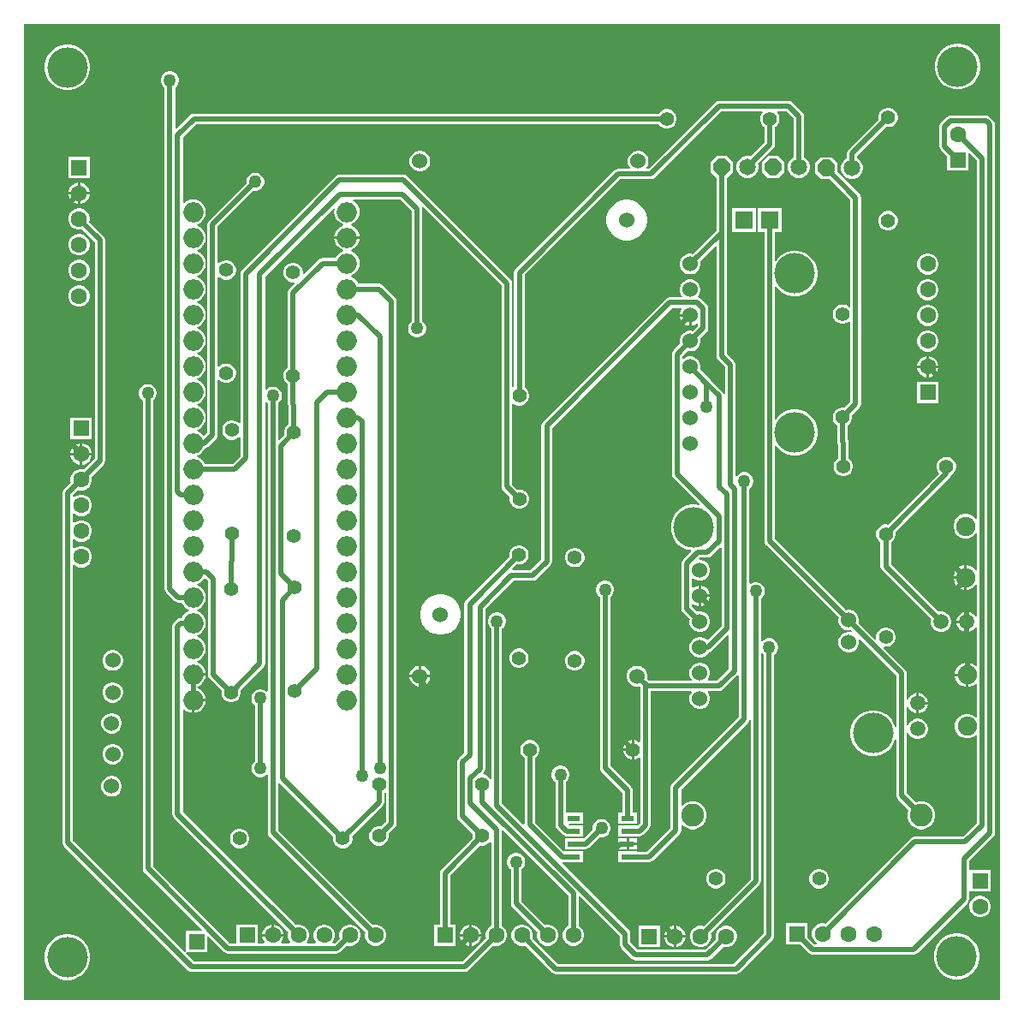
<source format=gtl>
G04*
G04 #@! TF.GenerationSoftware,Altium Limited,Altium Designer,21.9.2 (33)*
G04*
G04 Layer_Physical_Order=1*
G04 Layer_Color=255*
%FSTAX24Y24*%
%MOIN*%
G70*
G04*
G04 #@! TF.SameCoordinates,B016B879-35A3-4FB3-9991-AC620A3742E7*
G04*
G04*
G04 #@! TF.FilePolarity,Positive*
G04*
G01*
G75*
%ADD19C,0.0197*%
%ADD21R,0.0512X0.0236*%
%ADD37R,0.0709X0.0709*%
%ADD38P,0.0704X8X22.5*%
%ADD39C,0.0650*%
%ADD40C,0.0551*%
%ADD41C,0.0600*%
%ADD42C,0.0886*%
%ADD43C,0.0630*%
%ADD44R,0.0630X0.0630*%
%ADD45C,0.0591*%
%ADD46O,0.0787X0.0787*%
%ADD47C,0.0750*%
%ADD48R,0.0630X0.0630*%
%ADD49C,0.1575*%
%ADD50C,0.0500*%
G36*
X076189Y013205D02*
X038205D01*
Y051189D01*
X076189D01*
Y013205D01*
D02*
G37*
%LPC*%
G36*
X074623Y050415D02*
X074448D01*
X074277Y050381D01*
X074115Y050314D01*
X07397Y050217D01*
X073846Y050093D01*
X073749Y049948D01*
X073682Y049786D01*
X073648Y049615D01*
Y04944D01*
X073682Y049269D01*
X073749Y049107D01*
X073846Y048962D01*
X07397Y048838D01*
X074115Y048741D01*
X074277Y048674D01*
X074448Y04864D01*
X074623D01*
X074794Y048674D01*
X074956Y048741D01*
X075101Y048838D01*
X075225Y048962D01*
X075322Y049107D01*
X075389Y049269D01*
X075423Y04944D01*
Y049615D01*
X075389Y049786D01*
X075322Y049948D01*
X075225Y050093D01*
X075101Y050217D01*
X074956Y050314D01*
X074794Y050381D01*
X074623Y050415D01*
D02*
G37*
G36*
X039969Y050391D02*
X039794D01*
X039623Y050357D01*
X039462Y05029D01*
X039316Y050193D01*
X039193Y05007D01*
X039095Y049924D01*
X039029Y049763D01*
X038995Y049591D01*
Y049417D01*
X039029Y049245D01*
X039095Y049084D01*
X039193Y048938D01*
X039316Y048815D01*
X039462Y048718D01*
X039623Y048651D01*
X039794Y048617D01*
X039969D01*
X040141Y048651D01*
X040302Y048718D01*
X040448Y048815D01*
X040571Y048938D01*
X040668Y049084D01*
X040735Y049245D01*
X040769Y049417D01*
Y049591D01*
X040735Y049763D01*
X040668Y049924D01*
X040571Y05007D01*
X040448Y050193D01*
X040302Y05029D01*
X040141Y050357D01*
X039969Y050391D01*
D02*
G37*
G36*
X071884Y047927D02*
X071785D01*
X07169Y047901D01*
X071604Y047852D01*
X071534Y047782D01*
X071485Y047696D01*
X071459Y047601D01*
Y047502D01*
X071468Y04747D01*
X070283Y046286D01*
X070239Y04622D01*
X070224Y046143D01*
Y045949D01*
X070165Y045915D01*
X070086Y045836D01*
X07003Y045739D01*
X070001Y045631D01*
Y045519D01*
X07003Y045411D01*
X070086Y045314D01*
X070165Y045235D01*
X070262Y045179D01*
X07037Y04515D01*
X070482D01*
X07059Y045179D01*
X070687Y045235D01*
X070766Y045314D01*
X070822Y045411D01*
X070851Y045519D01*
Y045631D01*
X070822Y045739D01*
X070766Y045836D01*
X070687Y045915D01*
X070629Y045949D01*
Y046059D01*
X071754Y047184D01*
X071785Y047176D01*
X071884D01*
X07198Y047201D01*
X072065Y047251D01*
X072135Y047321D01*
X072185Y047406D01*
X07221Y047502D01*
Y047601D01*
X072185Y047696D01*
X072135Y047782D01*
X072065Y047852D01*
X07198Y047901D01*
X071884Y047927D01*
D02*
G37*
G36*
X053656Y046251D02*
X053551D01*
X053449Y046224D01*
X053358Y046171D01*
X053283Y046097D01*
X053231Y046006D01*
X053204Y045904D01*
Y045799D01*
X053231Y045697D01*
X053283Y045606D01*
X053358Y045531D01*
X053449Y045478D01*
X053551Y045451D01*
X053656D01*
X053758Y045478D01*
X053849Y045531D01*
X053924Y045606D01*
X053976Y045697D01*
X054004Y045799D01*
Y045904D01*
X053976Y046006D01*
X053924Y046097D01*
X053849Y046171D01*
X053758Y046224D01*
X053656Y046251D01*
D02*
G37*
G36*
X043916Y04935D02*
X043824D01*
X043735Y049326D01*
X043655Y04928D01*
X04359Y049215D01*
X043544Y049135D01*
X04352Y049046D01*
Y048954D01*
X043544Y048865D01*
X04359Y048785D01*
X043655Y04872D01*
X043668Y048713D01*
Y029196D01*
X043683Y029119D01*
X043727Y029053D01*
X044057Y028723D01*
X044123Y028679D01*
X0442Y028664D01*
X044321D01*
X04434Y028617D01*
X04442Y028514D01*
X044523Y028435D01*
X044623Y028393D01*
Y028339D01*
X044523Y028297D01*
X04442Y028218D01*
X04434Y028115D01*
X044321Y028068D01*
X0443D01*
X044223Y028053D01*
X044157Y028009D01*
X044027Y027879D01*
X043983Y027814D01*
X043968Y027736D01*
Y020423D01*
X043983Y020345D01*
X044027Y02028D01*
X048477Y01583D01*
X048461Y015771D01*
Y015662D01*
X04849Y015556D01*
X048544Y015462D01*
X048558Y015449D01*
X048538Y015402D01*
X048214D01*
X048195Y015449D01*
X048208Y015462D01*
X048263Y015556D01*
X048291Y015662D01*
Y015667D01*
X047461D01*
Y015662D01*
X04749Y015556D01*
X047544Y015462D01*
X047558Y015449D01*
X047538Y015402D01*
X047291D01*
Y016131D01*
X046461D01*
Y015402D01*
X046204D01*
X043212Y018394D01*
Y036533D01*
X043225Y03654D01*
X04329Y036605D01*
X043336Y036685D01*
X04336Y036774D01*
Y036866D01*
X043336Y036955D01*
X04329Y037035D01*
X043225Y0371D01*
X043145Y037146D01*
X043056Y03717D01*
X042964D01*
X042875Y037146D01*
X042795Y0371D01*
X04273Y037035D01*
X042684Y036955D01*
X04266Y036866D01*
Y036774D01*
X042684Y036685D01*
X04273Y036605D01*
X042795Y03654D01*
X042808Y036533D01*
Y01831D01*
X042823Y018233D01*
X042867Y018167D01*
X045116Y015918D01*
X045097Y015872D01*
X044491D01*
Y015076D01*
X044441Y015056D01*
X040102Y019394D01*
Y030112D01*
X040149Y030131D01*
X040163Y030117D01*
X040257Y030062D01*
X040363Y030034D01*
X040472D01*
X040578Y030062D01*
X040672Y030117D01*
X040749Y030194D01*
X040804Y030289D01*
X040832Y030394D01*
Y030503D01*
X040804Y030609D01*
X040749Y030704D01*
X040672Y030781D01*
X040578Y030836D01*
X040472Y030864D01*
X040363D01*
X040257Y030836D01*
X040163Y030781D01*
X040149Y030767D01*
X040102Y030786D01*
Y031112D01*
X040149Y031131D01*
X040163Y031117D01*
X040257Y031062D01*
X040363Y031034D01*
X040472D01*
X040578Y031062D01*
X040672Y031117D01*
X040749Y031194D01*
X040804Y031289D01*
X040832Y031394D01*
Y031503D01*
X040804Y031609D01*
X040749Y031704D01*
X040672Y031781D01*
X040578Y031836D01*
X040472Y031864D01*
X040363D01*
X040257Y031836D01*
X040163Y031781D01*
X040149Y031767D01*
X040102Y031786D01*
Y032112D01*
X040149Y032131D01*
X040163Y032117D01*
X040257Y032062D01*
X040363Y032034D01*
X040472D01*
X040578Y032062D01*
X040672Y032117D01*
X040749Y032194D01*
X040804Y032289D01*
X040832Y032394D01*
Y032503D01*
X040804Y032609D01*
X040749Y032704D01*
X040672Y032781D01*
X040578Y032836D01*
X040472Y032864D01*
X040363D01*
X040257Y032836D01*
X040163Y032781D01*
X040149Y032767D01*
X040102Y032786D01*
Y032848D01*
X040304Y03305D01*
X040363Y033034D01*
X040472D01*
X040578Y033062D01*
X040672Y033117D01*
X040749Y033194D01*
X040804Y033289D01*
X040832Y033394D01*
Y033503D01*
X040817Y033562D01*
X041293Y034038D01*
X041337Y034104D01*
X041352Y034181D01*
Y042782D01*
X041337Y042859D01*
X041293Y042925D01*
X040733Y043485D01*
X040749Y043543D01*
Y043653D01*
X040721Y043758D01*
X040666Y043853D01*
X040589Y04393D01*
X040494Y043985D01*
X040388Y044013D01*
X040279D01*
X040174Y043985D01*
X040079Y04393D01*
X040002Y043853D01*
X039947Y043758D01*
X039919Y043653D01*
Y043543D01*
X039947Y043438D01*
X040002Y043343D01*
X040079Y043266D01*
X040174Y043211D01*
X040279Y043183D01*
X040388D01*
X040447Y043199D01*
X040948Y042698D01*
Y034265D01*
X040531Y033848D01*
X040472Y033864D01*
X040363D01*
X040257Y033836D01*
X040163Y033781D01*
X040085Y033704D01*
X040031Y033609D01*
X040002Y033503D01*
Y033394D01*
X040018Y033336D01*
X039757Y033075D01*
X039713Y033009D01*
X039698Y032931D01*
Y01931D01*
X039713Y019233D01*
X039757Y019167D01*
X044587Y014337D01*
X044653Y014293D01*
X04473Y014278D01*
X05534D01*
X055417Y014293D01*
X055483Y014337D01*
X056463Y015317D01*
X056522Y015302D01*
X056631D01*
X056737Y01533D01*
X056831Y015384D01*
X056908Y015462D01*
X056963Y015556D01*
X056991Y015662D01*
Y015771D01*
X056963Y015877D01*
X056908Y015971D01*
X056831Y016049D01*
X056779Y016079D01*
Y019791D01*
X056829Y019812D01*
X059374Y017266D01*
Y016079D01*
X059322Y016049D01*
X059244Y015971D01*
X05919Y015877D01*
X059161Y015771D01*
Y015662D01*
X05919Y015556D01*
X059244Y015462D01*
X059322Y015384D01*
X059416Y01533D01*
X059522Y015302D01*
X059631D01*
X059737Y01533D01*
X059831Y015384D01*
X059908Y015462D01*
X059963Y015556D01*
X059991Y015662D01*
Y015771D01*
X059963Y015877D01*
X059908Y015971D01*
X059831Y016049D01*
X059779Y016079D01*
Y01724D01*
X059825Y017259D01*
X061398Y015686D01*
Y01534D01*
X061413Y015263D01*
X061457Y015197D01*
X061857Y014797D01*
X061923Y014753D01*
X062Y014738D01*
X0648D01*
X064877Y014753D01*
X064943Y014797D01*
X065413Y015267D01*
X065472Y015252D01*
X065581D01*
X065687Y01528D01*
X065781Y015334D01*
X065858Y015412D01*
X065913Y015506D01*
X065941Y015612D01*
Y015721D01*
X065913Y015827D01*
X065858Y015921D01*
X065781Y015999D01*
X065687Y016053D01*
X065581Y016081D01*
X065472D01*
X065366Y016053D01*
X065272Y015999D01*
X065194Y015921D01*
X06514Y015827D01*
X065111Y015721D01*
Y015612D01*
X065127Y015553D01*
X064716Y015142D01*
X062084D01*
X061802Y015424D01*
Y01577D01*
X061787Y015847D01*
X061743Y015913D01*
X059147Y01851D01*
X059167Y01856D01*
X059246D01*
Y018544D01*
X059958D01*
Y01898D01*
X059246D01*
Y01898D01*
X0592Y018988D01*
X058084Y020104D01*
Y02262D01*
X058113Y022636D01*
X058182Y022706D01*
X058232Y022792D01*
X058257Y022888D01*
Y022986D01*
X058232Y023082D01*
X058182Y023168D01*
X058113Y023238D01*
X058027Y023287D01*
X057931Y023313D01*
X057832D01*
X057737Y023287D01*
X057651Y023238D01*
X057581Y023168D01*
X057532Y023082D01*
X057506Y022986D01*
Y022888D01*
X057532Y022792D01*
X057581Y022706D01*
X057651Y022636D01*
X05768Y02262D01*
Y020047D01*
X05763Y020027D01*
X056802Y020854D01*
Y027643D01*
X056815Y027651D01*
X05688Y027716D01*
X056926Y027796D01*
X05695Y027885D01*
Y027977D01*
X056926Y028066D01*
X05688Y028145D01*
X056815Y028211D01*
X056735Y028257D01*
X056646Y028281D01*
X056554D01*
X056465Y028257D01*
X056385Y028211D01*
X05632Y028145D01*
X056274Y028066D01*
X05625Y027977D01*
Y027885D01*
X056274Y027796D01*
X05632Y027716D01*
X056385Y027651D01*
X056397Y027643D01*
Y021802D01*
X056347Y021789D01*
X056324Y021829D01*
X056254Y021899D01*
X056169Y021948D01*
X056073Y021974D01*
X056065D01*
X056046Y02202D01*
X056083Y022057D01*
X056127Y022123D01*
X056142Y0222D01*
Y028406D01*
X057254Y029518D01*
X058D01*
X058077Y029533D01*
X058143Y029577D01*
X058683Y030117D01*
X058727Y030183D01*
X058742Y03026D01*
Y035466D01*
X063414Y040138D01*
X063789D01*
X063808Y040091D01*
X063803Y040086D01*
X06375Y039995D01*
X063723Y039893D01*
Y039891D01*
X064123D01*
Y039841D01*
X064173D01*
Y039441D01*
X064176D01*
X064277Y039468D01*
X064368Y03952D01*
X064381Y039534D01*
X064428Y039514D01*
Y039432D01*
X064224Y039228D01*
X064176Y039241D01*
X06407D01*
X063968Y039213D01*
X063877Y039161D01*
X063803Y039086D01*
X06375Y038995D01*
X063723Y038893D01*
Y038788D01*
X063736Y03874D01*
X063477Y038481D01*
X063433Y038415D01*
X063418Y038338D01*
Y03366D01*
X063433Y033583D01*
X063477Y033517D01*
X064494Y0325D01*
X06447Y032454D01*
X064347Y032478D01*
X064172D01*
X064001Y032444D01*
X06384Y032377D01*
X063694Y03228D01*
X063571Y032156D01*
X063473Y032011D01*
X063407Y031849D01*
X063372Y031678D01*
Y031503D01*
X063407Y031332D01*
X063473Y03117D01*
X063571Y031025D01*
X063694Y030901D01*
X06384Y030804D01*
X064001Y030737D01*
X064151Y030707D01*
X064169Y030655D01*
X063847Y030333D01*
X063803Y030267D01*
X063788Y03019D01*
Y028427D01*
X063803Y02835D01*
X063847Y028284D01*
X064108Y028023D01*
X064095Y027975D01*
Y027869D01*
X064123Y027768D01*
X064175Y027676D01*
X06425Y027602D01*
X064341Y027549D01*
X064443Y027522D01*
X064548D01*
X06465Y027549D01*
X064741Y027602D01*
X064815Y027676D01*
X064868Y027768D01*
X064895Y027869D01*
Y027975D01*
X064868Y028076D01*
X064815Y028168D01*
X064741Y028242D01*
X06465Y028295D01*
X064548Y028322D01*
X064443D01*
X064394Y028309D01*
X064192Y028511D01*
Y028594D01*
X064239Y028613D01*
X06425Y028602D01*
X064341Y028549D01*
X064443Y028522D01*
X064445D01*
Y028922D01*
Y029322D01*
X064443D01*
X064341Y029295D01*
X06425Y029242D01*
X064239Y029231D01*
X064192Y02925D01*
Y029594D01*
X064239Y029613D01*
X06425Y029602D01*
X064341Y029549D01*
X064443Y029522D01*
X064548D01*
X06465Y029549D01*
X064741Y029602D01*
X064815Y029676D01*
X064868Y029768D01*
X064895Y029869D01*
Y029975D01*
X064868Y030076D01*
X064815Y030168D01*
X064741Y030242D01*
X06465Y030295D01*
X064548Y030322D01*
X064479D01*
X064458Y030372D01*
X064494Y030408D01*
X0648D01*
X064877Y030423D01*
X064943Y030467D01*
X065294Y030818D01*
X06534Y030799D01*
Y027734D01*
X064795Y027188D01*
X064741Y027242D01*
X06465Y027295D01*
X064548Y027322D01*
X064443D01*
X064341Y027295D01*
X06425Y027242D01*
X064175Y027168D01*
X064123Y027076D01*
X064095Y026975D01*
Y026869D01*
X064123Y026768D01*
X064175Y026676D01*
X06425Y026602D01*
X064341Y026549D01*
X064443Y026522D01*
X064548D01*
X06465Y026549D01*
X064741Y026602D01*
X064815Y026676D01*
X064844Y026725D01*
X064892Y026735D01*
X064958Y026779D01*
X065591Y027413D01*
X065638Y027394D01*
Y026084D01*
X065178Y025624D01*
X064829D01*
X064809Y025671D01*
X064815Y025676D01*
X064868Y025768D01*
X064895Y025869D01*
Y025975D01*
X064868Y026076D01*
X064815Y026168D01*
X064741Y026242D01*
X06465Y026295D01*
X064548Y026322D01*
X064443D01*
X064341Y026295D01*
X06425Y026242D01*
X064175Y026168D01*
X064123Y026076D01*
X064095Y025975D01*
Y025869D01*
X064123Y025768D01*
X064175Y025676D01*
X064181Y025671D01*
X064162Y025624D01*
X062516D01*
X062441Y0257D01*
X062454Y025749D01*
Y025854D01*
X062426Y025956D01*
X062374Y026047D01*
X062299Y026121D01*
X062208Y026174D01*
X062106Y026201D01*
X062001D01*
X061899Y026174D01*
X061808Y026121D01*
X061733Y026047D01*
X061681Y025956D01*
X061654Y025854D01*
Y025749D01*
X061681Y025647D01*
X061733Y025556D01*
X061808Y025481D01*
X061899Y025428D01*
X062001Y025401D01*
X062106D01*
X062135Y025409D01*
X062178Y025374D01*
Y023253D01*
X062131Y023234D01*
X062128Y023238D01*
X062043Y023287D01*
X061948Y023312D01*
Y022937D01*
Y022562D01*
X062043Y022587D01*
X062128Y022636D01*
X062131Y02264D01*
X062178Y022621D01*
Y020084D01*
X062089Y019995D01*
X062045Y01998D01*
X062045Y01998D01*
Y01998D01*
X062045Y01998D01*
X061333D01*
Y019544D01*
X062045D01*
Y01956D01*
X062142D01*
X062219Y019575D01*
X062285Y019619D01*
X062523Y019857D01*
X062567Y019923D01*
X062582Y02D01*
Y02522D01*
X064162D01*
X064181Y025174D01*
X064175Y025168D01*
X064123Y025076D01*
X064095Y024975D01*
Y024869D01*
X064123Y024768D01*
X064175Y024676D01*
X06425Y024602D01*
X064341Y024549D01*
X064443Y024522D01*
X064548D01*
X06465Y024549D01*
X064741Y024602D01*
X064815Y024676D01*
X064868Y024768D01*
X064895Y024869D01*
Y024975D01*
X064868Y025076D01*
X064815Y025168D01*
X064809Y025174D01*
X064829Y02522D01*
X065262D01*
X065339Y025235D01*
X065405Y025279D01*
X065978Y025852D01*
X066Y025848D01*
X066028Y025834D01*
Y024214D01*
X063427Y021613D01*
X063383Y021547D01*
X063368Y02147D01*
Y019886D01*
X062446Y018964D01*
X062045D01*
Y01898D01*
X061333D01*
Y018544D01*
X062045D01*
Y01856D01*
X06253D01*
X062607Y018575D01*
X062673Y018619D01*
X063713Y019659D01*
X063757Y019724D01*
X063772Y019802D01*
Y019995D01*
X063822Y020016D01*
X063895Y019944D01*
X064019Y019872D01*
X064157Y019835D01*
X0643D01*
X064438Y019872D01*
X064562Y019944D01*
X064663Y020045D01*
X064734Y020168D01*
X064771Y020306D01*
Y020449D01*
X064734Y020588D01*
X064663Y020711D01*
X064562Y020812D01*
X064438Y020884D01*
X0643Y020921D01*
X064157D01*
X064019Y020884D01*
X063895Y020812D01*
X063822Y02074D01*
X063772Y02076D01*
Y021386D01*
X066373Y023987D01*
X066417Y024053D01*
X066428Y024107D01*
X066478Y024102D01*
Y017904D01*
X06464Y016066D01*
X064581Y016081D01*
X064472D01*
X064366Y016053D01*
X064272Y015999D01*
X064194Y015921D01*
X06414Y015827D01*
X064111Y015721D01*
Y015612D01*
X06414Y015506D01*
X064194Y015412D01*
X064272Y015334D01*
X064366Y01528D01*
X064472Y015252D01*
X064581D01*
X064687Y01528D01*
X064781Y015334D01*
X064858Y015412D01*
X064913Y015506D01*
X064941Y015612D01*
Y015721D01*
X064926Y01578D01*
X066823Y017677D01*
X066867Y017743D01*
X066882Y01782D01*
Y026677D01*
X066932Y026695D01*
X066985Y026642D01*
X066998Y026635D01*
Y015774D01*
X065826Y014602D01*
X058977D01*
X057976Y015603D01*
X057991Y015662D01*
Y015771D01*
X057963Y015877D01*
X057908Y015971D01*
X057831Y016049D01*
X057737Y016103D01*
X057631Y016131D01*
X057522D01*
X057416Y016103D01*
X057322Y016049D01*
X057244Y015971D01*
X05719Y015877D01*
X057161Y015771D01*
Y015662D01*
X05719Y015556D01*
X057244Y015462D01*
X057322Y015384D01*
X057416Y01533D01*
X057522Y015302D01*
X057631D01*
X05769Y015317D01*
X05875Y014257D01*
X058815Y014213D01*
X058893Y014198D01*
X06591D01*
X065987Y014213D01*
X066053Y014257D01*
X067343Y015547D01*
X067387Y015613D01*
X067402Y01569D01*
Y026635D01*
X067415Y026642D01*
X06748Y026707D01*
X067526Y026787D01*
X06755Y026876D01*
Y026968D01*
X067526Y027057D01*
X06748Y027137D01*
X067415Y027202D01*
X067335Y027248D01*
X067246Y027272D01*
X067154D01*
X067065Y027248D01*
X066985Y027202D01*
X066932Y027149D01*
X066882Y027167D01*
Y028823D01*
X066895Y02883D01*
X06696Y028895D01*
X067006Y028975D01*
X06703Y029064D01*
Y029156D01*
X067006Y029245D01*
X06696Y029325D01*
X066895Y02939D01*
X066815Y029436D01*
X066726Y02946D01*
X066634D01*
X066545Y029436D01*
X066482Y0294D01*
X066432Y029423D01*
Y033103D01*
X066445Y03311D01*
X06651Y033175D01*
X066556Y033255D01*
X06658Y033344D01*
Y033436D01*
X066556Y033525D01*
X06651Y033605D01*
X066445Y03367D01*
X066365Y033716D01*
X066276Y03374D01*
X066184D01*
X066095Y033716D01*
X066015Y03367D01*
X06595Y033605D01*
X065942Y033592D01*
X065892Y033605D01*
Y03792D01*
X065877Y037997D01*
X065833Y038063D01*
X065554Y038342D01*
Y04307D01*
Y045197D01*
X065564D01*
X065777Y045409D01*
Y045834D01*
X065564Y046047D01*
X065139D01*
X064927Y045834D01*
Y045409D01*
X065139Y045197D01*
X06515D01*
Y043153D01*
X064224Y042228D01*
X064176Y042241D01*
X06407D01*
X063968Y042213D01*
X063877Y042161D01*
X063803Y042086D01*
X06375Y041995D01*
X063723Y041893D01*
Y041788D01*
X06375Y041686D01*
X063803Y041595D01*
X063877Y04152D01*
X063968Y041468D01*
X06407Y041441D01*
X064176D01*
X064277Y041468D01*
X064368Y04152D01*
X064443Y041595D01*
X064496Y041686D01*
X064523Y041788D01*
Y041893D01*
X06451Y041941D01*
X065103Y042535D01*
X06515Y042516D01*
Y038258D01*
X065165Y038181D01*
X065209Y038115D01*
X065488Y037836D01*
Y036792D01*
X065438Y036787D01*
X065437Y036791D01*
X065393Y036856D01*
X064913Y037336D01*
X064913Y037336D01*
X06451Y03774D01*
X064523Y037788D01*
Y037893D01*
X064496Y037995D01*
X064443Y038086D01*
X064368Y038161D01*
X064277Y038213D01*
X064176Y038241D01*
X06407D01*
X063968Y038213D01*
X063877Y038161D01*
X063869Y038152D01*
X063822Y038171D01*
Y038254D01*
X064022Y038453D01*
X06407Y038441D01*
X064176D01*
X064277Y038468D01*
X064368Y03852D01*
X064443Y038595D01*
X064496Y038686D01*
X064523Y038788D01*
Y038893D01*
X06451Y038941D01*
X064773Y039205D01*
X064817Y03927D01*
X064832Y039348D01*
Y04011D01*
X064817Y040187D01*
X064773Y040253D01*
X064543Y040483D01*
X064477Y040527D01*
X064451Y040532D01*
X064434Y040586D01*
X064443Y040595D01*
X064496Y040686D01*
X064523Y040788D01*
Y040893D01*
X064496Y040995D01*
X064443Y041086D01*
X064368Y041161D01*
X064277Y041213D01*
X064176Y041241D01*
X06407D01*
X063968Y041213D01*
X063877Y041161D01*
X063803Y041086D01*
X06375Y040995D01*
X063723Y040893D01*
Y040788D01*
X06375Y040686D01*
X063803Y040595D01*
X063809Y040589D01*
X06379Y040542D01*
X06333D01*
X063253Y040527D01*
X063187Y040483D01*
X058397Y035693D01*
X058353Y035627D01*
X058338Y03555D01*
Y030344D01*
X057916Y029922D01*
X057216D01*
X057195Y029972D01*
X057376Y030153D01*
X057407Y030144D01*
X057506D01*
X057602Y03017D01*
X057687Y030219D01*
X057757Y030289D01*
X057807Y030375D01*
X057832Y03047D01*
Y030569D01*
X057807Y030665D01*
X057757Y03075D01*
X057687Y03082D01*
X057602Y03087D01*
X057506Y030895D01*
X057407D01*
X057312Y03087D01*
X057226Y03082D01*
X057156Y03075D01*
X057107Y030665D01*
X057081Y030569D01*
Y03047D01*
X05709Y030439D01*
X055397Y028746D01*
X055353Y02868D01*
X055338Y028603D01*
Y022812D01*
X05511Y022584D01*
X055066Y022518D01*
X05505Y022441D01*
Y020346D01*
X055066Y020268D01*
X05511Y020203D01*
X055656Y019656D01*
X055648Y019624D01*
Y019525D01*
X055656Y019494D01*
X054433Y018271D01*
X054389Y018205D01*
X054374Y018128D01*
Y016131D01*
X054161D01*
Y015302D01*
X054991D01*
Y016131D01*
X054779D01*
Y018044D01*
X055943Y019208D01*
X055974Y019199D01*
X056073D01*
X056169Y019225D01*
X056254Y019274D01*
X056324Y019344D01*
X056325Y019344D01*
X056374Y019331D01*
Y016079D01*
X056322Y016049D01*
X056244Y015971D01*
X05619Y015877D01*
X056161Y015771D01*
Y015662D01*
X056177Y015603D01*
X055256Y014682D01*
X044814D01*
X044504Y014992D01*
X044525Y015042D01*
X04532D01*
Y015648D01*
X045367Y015667D01*
X045977Y015057D01*
X046043Y015013D01*
X04612Y014998D01*
X05036D01*
X050437Y015013D01*
X050503Y015057D01*
X050763Y015317D01*
X050822Y015302D01*
X050931D01*
X051037Y01533D01*
X051131Y015384D01*
X051208Y015462D01*
X051263Y015556D01*
X051291Y015662D01*
Y015771D01*
X051263Y015877D01*
X051208Y015971D01*
X051131Y016049D01*
X051037Y016103D01*
X050931Y016131D01*
X050822D01*
X050716Y016103D01*
X050622Y016049D01*
X050544Y015971D01*
X05049Y015877D01*
X050461Y015771D01*
Y015662D01*
X050477Y015603D01*
X050276Y015402D01*
X050214D01*
X050195Y015449D01*
X050208Y015462D01*
X050263Y015556D01*
X050291Y015662D01*
Y015771D01*
X050263Y015877D01*
X050208Y015971D01*
X050131Y016049D01*
X050037Y016103D01*
X049931Y016131D01*
X049822D01*
X049716Y016103D01*
X049622Y016049D01*
X049544Y015971D01*
X04949Y015877D01*
X049461Y015771D01*
Y015662D01*
X04949Y015556D01*
X049544Y015462D01*
X049558Y015449D01*
X049538Y015402D01*
X049214D01*
X049195Y015449D01*
X049208Y015462D01*
X049263Y015556D01*
X049291Y015662D01*
Y015771D01*
X049263Y015877D01*
X049208Y015971D01*
X049131Y016049D01*
X049037Y016103D01*
X048931Y016131D01*
X048822D01*
X048763Y016116D01*
X044372Y020507D01*
Y024498D01*
X044404Y024509D01*
X044422Y024512D01*
X044523Y024435D01*
X044643Y024385D01*
X044722Y024375D01*
Y024866D01*
X044772D01*
Y024916D01*
X045263D01*
X045253Y024995D01*
X045203Y025115D01*
X045124Y025218D01*
X045021Y025297D01*
X04492Y025339D01*
Y025393D01*
X045021Y025435D01*
X045124Y025514D01*
X045203Y025617D01*
X045253Y025737D01*
X045263Y025816D01*
X044772D01*
Y025916D01*
X045263D01*
X045253Y025995D01*
X045203Y026115D01*
X045124Y026218D01*
X045021Y026297D01*
X04492Y026339D01*
Y026393D01*
X045021Y026435D01*
X045124Y026514D01*
X045203Y026617D01*
X045253Y026737D01*
X04527Y026866D01*
X045253Y026995D01*
X045203Y027115D01*
X045124Y027218D01*
X045021Y027297D01*
X04492Y027339D01*
Y027393D01*
X045021Y027435D01*
X045124Y027514D01*
X045203Y027617D01*
X045253Y027737D01*
X04527Y027866D01*
X045253Y027995D01*
X045203Y028115D01*
X045124Y028218D01*
X045021Y028297D01*
X04492Y028339D01*
Y028393D01*
X045021Y028435D01*
X045124Y028514D01*
X045203Y028617D01*
X045253Y028737D01*
X04527Y028866D01*
X045253Y028995D01*
X045203Y029115D01*
X045124Y029218D01*
X045021Y029297D01*
X04492Y029339D01*
Y029393D01*
X045021Y029435D01*
X045124Y029514D01*
X045191Y029602D01*
X04525Y029614D01*
X045348Y029516D01*
Y025867D01*
X045363Y02579D01*
X045407Y025724D01*
X045885Y025246D01*
X045876Y025215D01*
Y025116D01*
X045902Y02502D01*
X045951Y024935D01*
X046021Y024865D01*
X046107Y024815D01*
X046203Y02479D01*
X046301D01*
X046397Y024815D01*
X046483Y024865D01*
X046553Y024935D01*
X046602Y02502D01*
X046628Y025116D01*
Y025215D01*
X046619Y025246D01*
X047513Y02614D01*
X047557Y026206D01*
X047572Y026283D01*
Y036462D01*
X047622Y036483D01*
X047665Y03644D01*
X047678Y036433D01*
Y025218D01*
X047628Y025197D01*
X047605Y02522D01*
X047525Y025266D01*
X047436Y02529D01*
X047344D01*
X047255Y025266D01*
X047175Y02522D01*
X04711Y025155D01*
X047064Y025075D01*
X04704Y024986D01*
Y024894D01*
X047064Y024805D01*
X04711Y024725D01*
X047175Y02466D01*
X047188Y024653D01*
Y022507D01*
X047175Y0225D01*
X04711Y022435D01*
X047064Y022355D01*
X04704Y022266D01*
Y022174D01*
X047064Y022085D01*
X04711Y022005D01*
X047175Y02194D01*
X047255Y021894D01*
X047344Y02187D01*
X047436D01*
X047525Y021894D01*
X047605Y02194D01*
X047628Y021963D01*
X047678Y021942D01*
Y019713D01*
X047693Y019635D01*
X047737Y01957D01*
X051477Y01583D01*
X051461Y015771D01*
Y015662D01*
X05149Y015556D01*
X051544Y015462D01*
X051622Y015384D01*
X051716Y01533D01*
X051822Y015302D01*
X051931D01*
X052037Y01533D01*
X052131Y015384D01*
X052208Y015462D01*
X052263Y015556D01*
X052291Y015662D01*
Y015771D01*
X052263Y015877D01*
X052208Y015971D01*
X052131Y016049D01*
X052037Y016103D01*
X051931Y016131D01*
X051822D01*
X051763Y016116D01*
X048082Y019797D01*
Y02164D01*
X048132Y02166D01*
X050231Y019561D01*
X050223Y01953D01*
Y019431D01*
X050248Y019335D01*
X050298Y01925D01*
X050368Y01918D01*
X050453Y01913D01*
X050549Y019105D01*
X050648D01*
X050743Y01913D01*
X050829Y01918D01*
X050899Y01925D01*
X050948Y019335D01*
X050974Y019431D01*
Y01953D01*
X050966Y019561D01*
X052151Y020747D01*
X052195Y020812D01*
X05221Y02089D01*
Y021267D01*
X052239Y021286D01*
X052288Y021262D01*
Y020141D01*
X052089Y019942D01*
X052057Y01995D01*
X051958D01*
X051863Y019925D01*
X051777Y019875D01*
X051707Y019805D01*
X051658Y01972D01*
X051632Y019624D01*
Y019525D01*
X051658Y01943D01*
X051707Y019344D01*
X051777Y019274D01*
X051863Y019225D01*
X051958Y019199D01*
X052057D01*
X052153Y019225D01*
X052238Y019274D01*
X052308Y019344D01*
X052358Y01943D01*
X052383Y019525D01*
Y019624D01*
X052375Y019656D01*
X052633Y019914D01*
X052677Y019979D01*
X052692Y020057D01*
Y0404D01*
X052677Y040477D01*
X052633Y040543D01*
X052163Y041013D01*
X052097Y041057D01*
X05202Y041073D01*
X051212D01*
X051193Y041119D01*
X051114Y041223D01*
X051011Y041302D01*
X05091Y041343D01*
Y041397D01*
X051011Y041439D01*
X051114Y041518D01*
X051193Y041621D01*
X051243Y041742D01*
X05126Y04187D01*
X051243Y041999D01*
X051193Y042119D01*
X051114Y042223D01*
X051011Y042302D01*
X05091Y042343D01*
Y042397D01*
X051011Y042439D01*
X051114Y042518D01*
X051193Y042621D01*
X051243Y042742D01*
X051253Y04282D01*
X050762D01*
X05027D01*
X050281Y042742D01*
X05033Y042621D01*
X05041Y042518D01*
X050513Y042439D01*
X050613Y042397D01*
Y042343D01*
X050513Y042302D01*
X05041Y042223D01*
X05033Y042119D01*
X050311Y042073D01*
X04981D01*
X049732Y042057D01*
X049667Y042013D01*
X04909Y041437D01*
X049045Y041462D01*
X049045Y041462D01*
Y041561D01*
X049019Y041657D01*
X04897Y041742D01*
X0489Y041812D01*
X048814Y041862D01*
X048719Y041887D01*
X04862D01*
X048524Y041862D01*
X048439Y041812D01*
X048369Y041742D01*
X048319Y041657D01*
X048294Y041561D01*
Y041462D01*
X048319Y041367D01*
X048369Y041281D01*
X048439Y041211D01*
X048524Y041162D01*
X04862Y041136D01*
X048719D01*
X048719Y041136D01*
X048745Y041091D01*
X048526Y040873D01*
X048482Y040807D01*
X048467Y04073D01*
Y037813D01*
X048439Y037797D01*
X048369Y037727D01*
X048319Y037641D01*
X048294Y037546D01*
Y037447D01*
X048319Y037351D01*
X048369Y037265D01*
X048439Y037196D01*
X048467Y037179D01*
Y036401D01*
X048482Y036324D01*
X048498Y0363D01*
Y035592D01*
X04847Y035576D01*
X0484Y035506D01*
X048351Y035421D01*
X048325Y035325D01*
Y035226D01*
X048334Y035195D01*
X048129Y034989D01*
X048082Y035009D01*
Y036433D01*
X048095Y03644D01*
X04816Y036505D01*
X048206Y036585D01*
X04823Y036674D01*
Y036766D01*
X048206Y036855D01*
X04816Y036935D01*
X048095Y037D01*
X048015Y037046D01*
X047926Y03707D01*
X047834D01*
X047745Y037046D01*
X047665Y037D01*
X047622Y036957D01*
X047572Y036978D01*
Y041356D01*
X050242Y044025D01*
X050256Y044016D01*
X05028Y043993D01*
X050264Y04387D01*
X050281Y043742D01*
X05033Y043621D01*
X05041Y043518D01*
X050513Y043439D01*
X050613Y043397D01*
Y043343D01*
X050513Y043302D01*
X05041Y043223D01*
X05033Y043119D01*
X050281Y042999D01*
X05027Y04292D01*
X050762D01*
X051253D01*
X051243Y042999D01*
X051193Y043119D01*
X051114Y043223D01*
X051011Y043302D01*
X05091Y043343D01*
Y043397D01*
X051011Y043439D01*
X051114Y043518D01*
X051193Y043621D01*
X051243Y043742D01*
X05126Y04387D01*
X051243Y043999D01*
X051193Y044119D01*
X051114Y044223D01*
X051011Y044302D01*
X050996Y044308D01*
X051006Y044358D01*
X052846D01*
X053288Y043916D01*
Y039627D01*
X053275Y03962D01*
X05321Y039555D01*
X053164Y039475D01*
X05314Y039386D01*
Y039294D01*
X053164Y039205D01*
X05321Y039125D01*
X053275Y03906D01*
X053355Y039014D01*
X053444Y03899D01*
X053536D01*
X053625Y039014D01*
X053705Y03906D01*
X05377Y039125D01*
X053816Y039205D01*
X05384Y039294D01*
Y039386D01*
X053816Y039475D01*
X05377Y039555D01*
X053705Y03962D01*
X053692Y039627D01*
Y044D01*
X053682Y044051D01*
X053728Y044076D01*
X056788Y041016D01*
Y033175D01*
X056803Y033098D01*
X056847Y033032D01*
X057105Y032774D01*
X057097Y032742D01*
Y032643D01*
X057122Y032548D01*
X057172Y032462D01*
X057242Y032392D01*
X057327Y032343D01*
X057423Y032317D01*
X057522D01*
X057617Y032343D01*
X057703Y032392D01*
X057773Y032462D01*
X057822Y032548D01*
X057848Y032643D01*
Y032742D01*
X057822Y032838D01*
X057773Y032924D01*
X057703Y032993D01*
X057617Y033043D01*
X057522Y033069D01*
X057423D01*
X057391Y03306D01*
X057192Y033259D01*
Y036392D01*
X057239Y036411D01*
X057242Y036408D01*
X057327Y036359D01*
X057423Y036333D01*
X057522D01*
X057617Y036359D01*
X057703Y036408D01*
X057773Y036478D01*
X057822Y036564D01*
X057848Y036659D01*
Y036758D01*
X057822Y036854D01*
X057773Y036939D01*
X057703Y037009D01*
X057675Y037026D01*
Y041419D01*
X061404Y045148D01*
X0626D01*
X062677Y045163D01*
X062743Y045207D01*
X065334Y047798D01*
X066928D01*
X066949Y047748D01*
X066928Y047727D01*
X066878Y047641D01*
X066853Y047546D01*
Y047447D01*
X066878Y047351D01*
X066928Y047265D01*
X066998Y047196D01*
X067026Y047179D01*
Y046582D01*
X066473Y046029D01*
X066408Y046047D01*
X066296D01*
X066188Y046018D01*
X066091Y045962D01*
X066012Y045883D01*
X065956Y045786D01*
X065927Y045678D01*
Y045566D01*
X065956Y045458D01*
X066012Y045361D01*
X066091Y045282D01*
X066188Y045226D01*
X066296Y045197D01*
X066408D01*
X066516Y045226D01*
X066613Y045282D01*
X066692Y045361D01*
X066748Y045458D01*
X066777Y045566D01*
Y045678D01*
X066759Y045743D01*
X067371Y046355D01*
X067415Y046421D01*
X067431Y046498D01*
Y047179D01*
X067459Y047196D01*
X067529Y047265D01*
X067578Y047351D01*
X067604Y047447D01*
Y047546D01*
X067578Y047641D01*
X067529Y047727D01*
X067508Y047748D01*
X067529Y047798D01*
X067868D01*
X06815Y047516D01*
Y045996D01*
X068091Y045962D01*
X068012Y045883D01*
X067956Y045786D01*
X067927Y045678D01*
Y045566D01*
X067956Y045458D01*
X068012Y045361D01*
X068091Y045282D01*
X068188Y045226D01*
X068296Y045197D01*
X068408D01*
X068516Y045226D01*
X068613Y045282D01*
X068692Y045361D01*
X068748Y045458D01*
X068777Y045566D01*
Y045678D01*
X068748Y045786D01*
X068692Y045883D01*
X068613Y045962D01*
X068554Y045996D01*
Y0476D01*
X068539Y047677D01*
X068495Y047743D01*
X068095Y048143D01*
X068029Y048187D01*
X067952Y048202D01*
X06525D01*
X065173Y048187D01*
X065107Y048143D01*
X062516Y045552D01*
X062436D01*
X062417Y045599D01*
X062424Y045606D01*
X062476Y045697D01*
X062504Y045799D01*
Y045904D01*
X062476Y046006D01*
X062424Y046097D01*
X062349Y046171D01*
X062258Y046224D01*
X062156Y046251D01*
X062051D01*
X061949Y046224D01*
X061858Y046171D01*
X061783Y046097D01*
X061731Y046006D01*
X061704Y045904D01*
Y045799D01*
X061731Y045697D01*
X061783Y045606D01*
X061791Y045599D01*
X061771Y045552D01*
X06132D01*
X061243Y045537D01*
X061177Y045493D01*
X057329Y041645D01*
X057286Y04158D01*
X05727Y041502D01*
Y03704D01*
X05724Y03702D01*
X057192Y037043D01*
Y0411D01*
X057177Y041177D01*
X057133Y041243D01*
X053113Y045263D01*
X053047Y045307D01*
X05297Y045322D01*
X05047D01*
X050393Y045307D01*
X050327Y045263D01*
X046667Y041603D01*
X046623Y041537D01*
X046608Y04146D01*
Y035656D01*
X046558Y035635D01*
X046514Y035679D01*
X046428Y035728D01*
X046333Y035754D01*
X046234D01*
X046138Y035728D01*
X046053Y035679D01*
X045983Y035609D01*
X045933Y035523D01*
X045908Y035427D01*
Y035329D01*
X045933Y035233D01*
X045983Y035147D01*
X046053Y035077D01*
X046138Y035028D01*
X046234Y035002D01*
X046333D01*
X046428Y035028D01*
X046514Y035077D01*
X046558Y035121D01*
X046608Y0351D01*
Y03436D01*
X046316Y034068D01*
X045222D01*
X045203Y034115D01*
X045124Y034218D01*
X045021Y034297D01*
X04492Y034339D01*
Y034393D01*
X045021Y034435D01*
X045124Y034514D01*
X045203Y034617D01*
X045224Y034669D01*
X045277Y034679D01*
X045343Y034723D01*
X045673Y035053D01*
X045717Y035119D01*
X045732Y035196D01*
Y037319D01*
X045782Y03734D01*
X045832Y03729D01*
X045918Y037241D01*
X046014Y037215D01*
X046112D01*
X046208Y037241D01*
X046294Y03729D01*
X046364Y03736D01*
X046413Y037446D01*
X046439Y037541D01*
Y03764D01*
X046413Y037736D01*
X046364Y037821D01*
X046294Y037891D01*
X046208Y037941D01*
X046112Y037966D01*
X046014D01*
X045918Y037941D01*
X045832Y037891D01*
X045782Y037841D01*
X045732Y037862D01*
Y041335D01*
X045782Y041356D01*
X045832Y041306D01*
X045918Y041256D01*
X046014Y041231D01*
X046112D01*
X046208Y041256D01*
X046294Y041306D01*
X046364Y041376D01*
X046413Y041461D01*
X046439Y041557D01*
Y041656D01*
X046413Y041751D01*
X046364Y041837D01*
X046294Y041907D01*
X046208Y041956D01*
X046112Y041982D01*
X046014D01*
X045918Y041956D01*
X045832Y041907D01*
X045782Y041857D01*
X045732Y041877D01*
Y043306D01*
X04713Y044704D01*
X047144Y0447D01*
X047236D01*
X047325Y044724D01*
X047405Y04477D01*
X04747Y044835D01*
X047516Y044915D01*
X04754Y045004D01*
Y045096D01*
X047516Y045185D01*
X04747Y045265D01*
X047405Y04533D01*
X047325Y045376D01*
X047236Y0454D01*
X047144D01*
X047055Y045376D01*
X046975Y04533D01*
X04691Y045265D01*
X046864Y045185D01*
X04684Y045096D01*
Y045004D01*
X046844Y04499D01*
X045387Y043533D01*
X045343Y043467D01*
X045328Y04339D01*
Y03528D01*
X045212Y035165D01*
X045162Y035168D01*
X045124Y035218D01*
X045021Y035297D01*
X04492Y035339D01*
Y035393D01*
X045021Y035435D01*
X045124Y035514D01*
X045203Y035617D01*
X045253Y035737D01*
X04527Y035866D01*
X045253Y035995D01*
X045203Y036115D01*
X045124Y036218D01*
X045021Y036297D01*
X04492Y036339D01*
Y036393D01*
X045021Y036435D01*
X045124Y036514D01*
X045203Y036617D01*
X045253Y036737D01*
X04527Y036866D01*
X045253Y036995D01*
X045203Y037115D01*
X045124Y037218D01*
X045021Y037297D01*
X04492Y037339D01*
Y037393D01*
X045021Y037435D01*
X045124Y037514D01*
X045203Y037617D01*
X045253Y037737D01*
X04527Y037866D01*
X045253Y037995D01*
X045203Y038115D01*
X045124Y038218D01*
X045021Y038297D01*
X04492Y038339D01*
Y038393D01*
X045021Y038435D01*
X045124Y038514D01*
X045203Y038617D01*
X045253Y038737D01*
X04527Y038866D01*
X045253Y038995D01*
X045203Y039115D01*
X045124Y039218D01*
X045021Y039297D01*
X04492Y039339D01*
Y039393D01*
X045021Y039435D01*
X045124Y039514D01*
X045203Y039617D01*
X045253Y039737D01*
X04527Y039866D01*
X045253Y039995D01*
X045203Y040115D01*
X045124Y040218D01*
X045021Y040297D01*
X04492Y040339D01*
Y040393D01*
X045021Y040435D01*
X045124Y040514D01*
X045203Y040617D01*
X045253Y040737D01*
X04527Y040866D01*
X045253Y040995D01*
X045203Y041115D01*
X045124Y041218D01*
X045021Y041297D01*
X04492Y041339D01*
Y041393D01*
X045021Y041435D01*
X045124Y041514D01*
X045203Y041617D01*
X045253Y041737D01*
X04527Y041866D01*
X045253Y041995D01*
X045203Y042115D01*
X045124Y042218D01*
X045021Y042297D01*
X04492Y042339D01*
Y042393D01*
X045021Y042435D01*
X045124Y042514D01*
X045203Y042617D01*
X045253Y042737D01*
X04527Y042866D01*
X045253Y042995D01*
X045203Y043115D01*
X045124Y043218D01*
X045021Y043297D01*
X04492Y043339D01*
Y043393D01*
X045021Y043435D01*
X045124Y043514D01*
X045203Y043617D01*
X045253Y043737D01*
X04527Y043866D01*
X045253Y043995D01*
X045203Y044115D01*
X045124Y044218D01*
X045021Y044297D01*
X044901Y044347D01*
X044772Y044364D01*
X044643Y044347D01*
X044523Y044297D01*
X044422Y04422D01*
X044404Y044223D01*
X044372Y044234D01*
Y046776D01*
X04489Y047294D01*
X062896D01*
X062912Y047265D01*
X062982Y047196D01*
X063068Y047146D01*
X063163Y04712D01*
X063262D01*
X063358Y047146D01*
X063443Y047196D01*
X063513Y047265D01*
X063563Y047351D01*
X063588Y047447D01*
Y047546D01*
X063563Y047641D01*
X063513Y047727D01*
X063443Y047797D01*
X063358Y047846D01*
X063262Y047872D01*
X063163D01*
X063068Y047846D01*
X062982Y047797D01*
X062912Y047727D01*
X062896Y047698D01*
X044806D01*
X044729Y047683D01*
X044663Y047639D01*
X044119Y047095D01*
X044072Y047114D01*
Y048713D01*
X044085Y04872D01*
X04415Y048785D01*
X044196Y048865D01*
X04422Y048954D01*
Y049046D01*
X044196Y049135D01*
X04415Y049215D01*
X044085Y04928D01*
X044005Y049326D01*
X043916Y04935D01*
D02*
G37*
G36*
X067564Y046047D02*
X067139D01*
X066927Y045834D01*
Y045409D01*
X067139Y045197D01*
X067564D01*
X067777Y045409D01*
Y045834D01*
X067564Y046047D01*
D02*
G37*
G36*
X040749Y046013D02*
X039919D01*
Y045183D01*
X040749D01*
Y046013D01*
D02*
G37*
G36*
X040388Y045013D02*
X040384D01*
Y044648D01*
X040749D01*
Y044653D01*
X040721Y044758D01*
X040666Y044853D01*
X040589Y04493D01*
X040494Y044985D01*
X040388Y045013D01*
D02*
G37*
G36*
X040284D02*
X040279D01*
X040174Y044985D01*
X040079Y04493D01*
X040002Y044853D01*
X039947Y044758D01*
X039919Y044653D01*
Y044648D01*
X040284D01*
Y045013D01*
D02*
G37*
G36*
X040749Y044548D02*
X040384D01*
Y044183D01*
X040388D01*
X040494Y044211D01*
X040589Y044266D01*
X040666Y044343D01*
X040721Y044438D01*
X040749Y044543D01*
Y044548D01*
D02*
G37*
G36*
X040284D02*
X039919D01*
Y044543D01*
X039947Y044438D01*
X040002Y044343D01*
X040079Y044266D01*
X040174Y044211D01*
X040279Y044183D01*
X040284D01*
Y044548D01*
D02*
G37*
G36*
X071884Y043911D02*
X071785D01*
X07169Y043885D01*
X071604Y043836D01*
X071534Y043766D01*
X071485Y04368D01*
X071459Y043585D01*
Y043486D01*
X071485Y04339D01*
X071534Y043305D01*
X071604Y043235D01*
X07169Y043185D01*
X071785Y04316D01*
X071884D01*
X07198Y043185D01*
X072065Y043235D01*
X072135Y043305D01*
X072185Y04339D01*
X07221Y043486D01*
Y043585D01*
X072185Y04368D01*
X072135Y043766D01*
X072065Y043836D01*
X07198Y043885D01*
X071884Y043911D01*
D02*
G37*
G36*
X066675Y044006D02*
X065766D01*
Y043097D01*
X066675D01*
Y044006D01*
D02*
G37*
G36*
X061731Y04434D02*
X061576D01*
X061423Y04431D01*
X06128Y04425D01*
X061151Y044164D01*
X061041Y044054D01*
X060954Y043925D01*
X060895Y043781D01*
X060865Y043629D01*
Y043473D01*
X060895Y043321D01*
X060954Y043177D01*
X061041Y043048D01*
X061151Y042938D01*
X06128Y042852D01*
X061423Y042793D01*
X061576Y042762D01*
X061731D01*
X061884Y042793D01*
X062027Y042852D01*
X062156Y042938D01*
X062266Y043048D01*
X062353Y043177D01*
X062412Y043321D01*
X062443Y043473D01*
Y043629D01*
X062412Y043781D01*
X062353Y043925D01*
X062266Y044054D01*
X062156Y044164D01*
X062027Y04425D01*
X061884Y04431D01*
X061731Y04434D01*
D02*
G37*
G36*
X040388Y043013D02*
X040279D01*
X040174Y042985D01*
X040079Y04293D01*
X040002Y042853D01*
X039947Y042758D01*
X039919Y042653D01*
Y042543D01*
X039947Y042438D01*
X040002Y042343D01*
X040079Y042266D01*
X040174Y042211D01*
X040279Y042183D01*
X040388D01*
X040494Y042211D01*
X040589Y042266D01*
X040666Y042343D01*
X040721Y042438D01*
X040749Y042543D01*
Y042653D01*
X040721Y042758D01*
X040666Y042853D01*
X040589Y04293D01*
X040494Y042985D01*
X040388Y043013D01*
D02*
G37*
G36*
X073433Y042257D02*
X073323D01*
X073218Y042229D01*
X073123Y042175D01*
X073046Y042097D01*
X072991Y042003D01*
X072963Y041897D01*
Y041788D01*
X072991Y041682D01*
X073046Y041588D01*
X073123Y04151D01*
X073218Y041456D01*
X073323Y041428D01*
X073433D01*
X073538Y041456D01*
X073633Y04151D01*
X07371Y041588D01*
X073765Y041682D01*
X073793Y041788D01*
Y041897D01*
X073765Y042003D01*
X07371Y042097D01*
X073633Y042175D01*
X073538Y042229D01*
X073433Y042257D01*
D02*
G37*
G36*
X040388Y042013D02*
X040279D01*
X040174Y041985D01*
X040079Y04193D01*
X040002Y041853D01*
X039947Y041758D01*
X039919Y041653D01*
Y041543D01*
X039947Y041438D01*
X040002Y041343D01*
X040079Y041266D01*
X040174Y041211D01*
X040279Y041183D01*
X040388D01*
X040494Y041211D01*
X040589Y041266D01*
X040666Y041343D01*
X040721Y041438D01*
X040749Y041543D01*
Y041653D01*
X040721Y041758D01*
X040666Y041853D01*
X040589Y04193D01*
X040494Y041985D01*
X040388Y042013D01*
D02*
G37*
G36*
X067675Y044006D02*
X066766D01*
Y043097D01*
X067008D01*
Y031057D01*
X067023Y03098D01*
X067067Y030914D01*
X069908Y028073D01*
X069895Y028025D01*
Y027919D01*
X069923Y027818D01*
X069975Y027726D01*
X07005Y027652D01*
X070141Y027599D01*
X070243Y027572D01*
X070348D01*
X070396Y027585D01*
X070429Y027552D01*
X070403Y027507D01*
X070348Y027522D01*
X070243D01*
X070141Y027495D01*
X07005Y027442D01*
X069975Y027368D01*
X069923Y027276D01*
X069895Y027175D01*
Y027069D01*
X069923Y026968D01*
X069975Y026876D01*
X07005Y026802D01*
X070141Y026749D01*
X070243Y026722D01*
X070348D01*
X07045Y026749D01*
X070541Y026802D01*
X070615Y026876D01*
X070668Y026968D01*
X070695Y027069D01*
Y027175D01*
X07068Y02723D01*
X070725Y027256D01*
X072158Y025824D01*
Y023823D01*
X072108Y023819D01*
X072103Y023842D01*
X072036Y024003D01*
X071939Y024149D01*
X071815Y024272D01*
X07167Y024369D01*
X071509Y024436D01*
X071337Y02447D01*
X071162D01*
X070991Y024436D01*
X070829Y024369D01*
X070684Y024272D01*
X07056Y024149D01*
X070463Y024003D01*
X070396Y023842D01*
X070362Y02367D01*
Y023496D01*
X070396Y023324D01*
X070463Y023163D01*
X07056Y023017D01*
X070684Y022894D01*
X070829Y022797D01*
X070991Y02273D01*
X071162Y022696D01*
X071337D01*
X071509Y02273D01*
X07167Y022797D01*
X071815Y022894D01*
X071939Y023017D01*
X072036Y023163D01*
X072103Y023324D01*
X072108Y023347D01*
X072158Y023342D01*
Y021144D01*
X072173Y021067D01*
X072217Y021001D01*
X072624Y020594D01*
X07262Y020588D01*
X072583Y020449D01*
Y020306D01*
X07262Y020168D01*
X072692Y020045D01*
X072793Y019944D01*
X072916Y019872D01*
X073055Y019835D01*
X073197D01*
X073336Y019872D01*
X073459Y019944D01*
X07356Y020045D01*
X073632Y020168D01*
X073669Y020306D01*
Y020449D01*
X073632Y020588D01*
X07356Y020711D01*
X073459Y020812D01*
X073336Y020884D01*
X073197Y020921D01*
X073055D01*
X072916Y020884D01*
X07291Y02088D01*
X072562Y021228D01*
Y023598D01*
X072612Y023605D01*
X072616Y023592D01*
X072668Y023501D01*
X072742Y023428D01*
X072832Y023376D01*
X072932Y023349D01*
X073036D01*
X073137Y023376D01*
X073227Y023428D01*
X073301Y023501D01*
X073353Y023592D01*
X07338Y023692D01*
Y023796D01*
X073353Y023897D01*
X073301Y023987D01*
X073227Y02406D01*
X073137Y024112D01*
X073036Y024139D01*
X072932D01*
X072832Y024112D01*
X072742Y02406D01*
X072668Y023987D01*
X072616Y023897D01*
X072612Y023883D01*
X072562Y02389D01*
Y024598D01*
X072612Y024605D01*
X072616Y024592D01*
X072668Y024501D01*
X072742Y024428D01*
X072832Y024376D01*
X072932Y024349D01*
X072934D01*
Y024744D01*
Y025139D01*
X072932D01*
X072832Y025112D01*
X072742Y02506D01*
X072668Y024987D01*
X072616Y024897D01*
X072612Y024883D01*
X072562Y02489D01*
Y025907D01*
X072547Y025985D01*
X072503Y02605D01*
X071657Y026897D01*
X071683Y026942D01*
X071691Y026939D01*
X07179D01*
X071885Y026965D01*
X071971Y027014D01*
X072041Y027084D01*
X07209Y02717D01*
X072116Y027266D01*
Y027364D01*
X07209Y02746D01*
X072041Y027546D01*
X071971Y027616D01*
X071885Y027665D01*
X07179Y027691D01*
X071691D01*
X071595Y027665D01*
X07151Y027616D01*
X07144Y027546D01*
X07139Y02746D01*
X071365Y027364D01*
Y027266D01*
X071367Y027257D01*
X071322Y027232D01*
X070682Y027871D01*
X070695Y027919D01*
Y028025D01*
X070668Y028126D01*
X070615Y028218D01*
X070541Y028292D01*
X07045Y028345D01*
X070348Y028372D01*
X070243D01*
X070194Y028359D01*
X067412Y031141D01*
Y034782D01*
X06746Y034797D01*
X067508Y034726D01*
X067631Y034602D01*
X067777Y034505D01*
X067938Y034438D01*
X068109Y034404D01*
X068284D01*
X068456Y034438D01*
X068617Y034505D01*
X068763Y034602D01*
X068886Y034726D01*
X068983Y034871D01*
X06905Y035032D01*
X069084Y035204D01*
Y035379D01*
X06905Y03555D01*
X068983Y035712D01*
X068886Y035857D01*
X068763Y035981D01*
X068617Y036078D01*
X068456Y036145D01*
X068284Y036179D01*
X068109D01*
X067938Y036145D01*
X067777Y036078D01*
X067631Y035981D01*
X067508Y035857D01*
X06746Y035786D01*
X067412Y035801D01*
Y040963D01*
X06746Y040978D01*
X067508Y040907D01*
X067631Y040783D01*
X067777Y040686D01*
X067938Y040619D01*
X068109Y040585D01*
X068284D01*
X068456Y040619D01*
X068617Y040686D01*
X068763Y040783D01*
X068886Y040907D01*
X068983Y041052D01*
X06905Y041214D01*
X069084Y041385D01*
Y04156D01*
X06905Y041731D01*
X068983Y041893D01*
X068886Y042038D01*
X068763Y042162D01*
X068617Y042259D01*
X068456Y042326D01*
X068284Y04236D01*
X068109D01*
X067938Y042326D01*
X067777Y042259D01*
X067631Y042162D01*
X067508Y042038D01*
X06746Y041967D01*
X067412Y041982D01*
Y043097D01*
X067675D01*
Y044006D01*
D02*
G37*
G36*
X073433Y041257D02*
X073323D01*
X073218Y041229D01*
X073123Y041175D01*
X073046Y041097D01*
X072991Y041003D01*
X072963Y040897D01*
Y040788D01*
X072991Y040682D01*
X073046Y040588D01*
X073123Y04051D01*
X073218Y040456D01*
X073323Y040428D01*
X073433D01*
X073538Y040456D01*
X073633Y04051D01*
X07371Y040588D01*
X073765Y040682D01*
X073793Y040788D01*
Y040897D01*
X073765Y041003D01*
X07371Y041097D01*
X073633Y041175D01*
X073538Y041229D01*
X073433Y041257D01*
D02*
G37*
G36*
X040388Y041013D02*
X040279D01*
X040174Y040985D01*
X040079Y04093D01*
X040002Y040853D01*
X039947Y040758D01*
X039919Y040653D01*
Y040543D01*
X039947Y040438D01*
X040002Y040343D01*
X040079Y040266D01*
X040174Y040211D01*
X040279Y040183D01*
X040388D01*
X040494Y040211D01*
X040589Y040266D01*
X040666Y040343D01*
X040721Y040438D01*
X040749Y040543D01*
Y040653D01*
X040721Y040758D01*
X040666Y040853D01*
X040589Y04093D01*
X040494Y040985D01*
X040388Y041013D01*
D02*
G37*
G36*
X069639Y046D02*
X069214D01*
X069001Y045787D01*
Y045362D01*
X069214Y04515D01*
X069565D01*
X070368Y044347D01*
Y040179D01*
X070318Y040158D01*
X070286Y04019D01*
X0702Y04024D01*
X070105Y040265D01*
X070006D01*
X06991Y04024D01*
X069825Y04019D01*
X069755Y04012D01*
X069705Y040035D01*
X06968Y039939D01*
Y03984D01*
X069705Y039745D01*
X069755Y039659D01*
X069825Y039589D01*
X06991Y03954D01*
X070006Y039514D01*
X070105D01*
X0702Y03954D01*
X070286Y039589D01*
X070318Y039621D01*
X070368Y0396D01*
Y036473D01*
X070136Y036241D01*
X070105Y03625D01*
X070006D01*
X06991Y036224D01*
X069825Y036175D01*
X069755Y036105D01*
X069705Y036019D01*
X06968Y035923D01*
Y035825D01*
X069705Y035729D01*
X069755Y035643D01*
X069825Y035573D01*
X069853Y035557D01*
Y034931D01*
X069868Y034854D01*
X069884Y03483D01*
Y034278D01*
X069856Y034261D01*
X069786Y034191D01*
X069737Y034106D01*
X069711Y03401D01*
Y033911D01*
X069737Y033816D01*
X069786Y03373D01*
X069856Y03366D01*
X069942Y033611D01*
X070037Y033585D01*
X070136D01*
X070232Y033611D01*
X070317Y03366D01*
X070387Y03373D01*
X070437Y033816D01*
X070462Y033911D01*
Y03401D01*
X070437Y034106D01*
X070387Y034191D01*
X070317Y034261D01*
X070289Y034278D01*
Y0349D01*
X070274Y034977D01*
X070257Y035002D01*
Y035557D01*
X070286Y035573D01*
X070356Y035643D01*
X070405Y035729D01*
X070431Y035825D01*
Y035923D01*
X070422Y035955D01*
X070713Y036246D01*
X070757Y036311D01*
X070772Y036389D01*
Y044431D01*
X070757Y044509D01*
X070713Y044574D01*
X069851Y045436D01*
Y045787D01*
X069639Y046D01*
D02*
G37*
G36*
X064073Y039791D02*
X063723D01*
Y039788D01*
X06375Y039686D01*
X063803Y039595D01*
X063877Y03952D01*
X063968Y039468D01*
X06407Y039441D01*
X064073D01*
Y039791D01*
D02*
G37*
G36*
X073433Y040257D02*
X073323D01*
X073218Y040229D01*
X073123Y040175D01*
X073046Y040097D01*
X072991Y040003D01*
X072963Y039897D01*
Y039788D01*
X072991Y039682D01*
X073046Y039588D01*
X073123Y03951D01*
X073218Y039456D01*
X073323Y039428D01*
X073433D01*
X073538Y039456D01*
X073633Y03951D01*
X07371Y039588D01*
X073765Y039682D01*
X073793Y039788D01*
Y039897D01*
X073765Y040003D01*
X07371Y040097D01*
X073633Y040175D01*
X073538Y040229D01*
X073433Y040257D01*
D02*
G37*
G36*
Y039257D02*
X073323D01*
X073218Y039229D01*
X073123Y039175D01*
X073046Y039097D01*
X072991Y039003D01*
X072963Y038897D01*
Y038788D01*
X072991Y038682D01*
X073046Y038588D01*
X073123Y03851D01*
X073218Y038456D01*
X073323Y038428D01*
X073433D01*
X073538Y038456D01*
X073633Y03851D01*
X07371Y038588D01*
X073765Y038682D01*
X073793Y038788D01*
Y038897D01*
X073765Y039003D01*
X07371Y039097D01*
X073633Y039175D01*
X073538Y039229D01*
X073433Y039257D01*
D02*
G37*
G36*
Y038257D02*
X073428D01*
Y037893D01*
X073793D01*
Y037897D01*
X073765Y038003D01*
X07371Y038097D01*
X073633Y038175D01*
X073538Y038229D01*
X073433Y038257D01*
D02*
G37*
G36*
X073328D02*
X073323D01*
X073218Y038229D01*
X073123Y038175D01*
X073046Y038097D01*
X072991Y038003D01*
X072963Y037897D01*
Y037893D01*
X073328D01*
Y038257D01*
D02*
G37*
G36*
X073793Y037793D02*
X073428D01*
Y037428D01*
X073433D01*
X073538Y037456D01*
X073633Y03751D01*
X07371Y037588D01*
X073765Y037682D01*
X073793Y037788D01*
Y037793D01*
D02*
G37*
G36*
X073328D02*
X072963D01*
Y037788D01*
X072991Y037682D01*
X073046Y037588D01*
X073123Y03751D01*
X073218Y037456D01*
X073323Y037428D01*
X073328D01*
Y037793D01*
D02*
G37*
G36*
X073793Y037257D02*
X072963D01*
Y036428D01*
X073793D01*
Y037257D01*
D02*
G37*
G36*
X040832Y035864D02*
X040002D01*
Y035034D01*
X040832D01*
Y035864D01*
D02*
G37*
G36*
X040472Y034864D02*
X040467D01*
Y034499D01*
X040832D01*
Y034503D01*
X040804Y034609D01*
X040749Y034704D01*
X040672Y034781D01*
X040578Y034836D01*
X040472Y034864D01*
D02*
G37*
G36*
X040367D02*
X040363D01*
X040257Y034836D01*
X040163Y034781D01*
X040085Y034704D01*
X040031Y034609D01*
X040002Y034503D01*
Y034499D01*
X040367D01*
Y034864D01*
D02*
G37*
G36*
X040832Y034399D02*
X040467D01*
Y034034D01*
X040472D01*
X040578Y034062D01*
X040672Y034117D01*
X040749Y034194D01*
X040804Y034289D01*
X040832Y034394D01*
Y034399D01*
D02*
G37*
G36*
X040367D02*
X040002D01*
Y034394D01*
X040031Y034289D01*
X040085Y034194D01*
X040163Y034117D01*
X040257Y034062D01*
X040363Y034034D01*
X040367D01*
Y034399D01*
D02*
G37*
G36*
X07565Y047622D02*
X07425D01*
X074173Y047607D01*
X074107Y047563D01*
X073887Y047343D01*
X073843Y047277D01*
X073828Y0472D01*
Y046427D01*
X073843Y046349D01*
X073887Y046284D01*
X074136Y046034D01*
Y045491D01*
X074966D01*
Y046139D01*
X075012Y046158D01*
X075288Y045883D01*
Y031927D01*
X075239Y031914D01*
X07523Y031929D01*
X075142Y032018D01*
X075034Y03208D01*
X074913Y032113D01*
X074788D01*
X074667Y03208D01*
X074559Y032018D01*
X07447Y031929D01*
X074408Y031821D01*
X074375Y0317D01*
Y031575D01*
X074408Y031454D01*
X07447Y031346D01*
X074559Y031258D01*
X074667Y031195D01*
X074788Y031163D01*
X074913D01*
X075034Y031195D01*
X075142Y031258D01*
X07523Y031346D01*
X075239Y031362D01*
X075288Y031349D01*
Y029927D01*
X075239Y029914D01*
X07523Y029929D01*
X075142Y030018D01*
X075034Y03008D01*
X074913Y030113D01*
X0749D01*
Y029638D01*
Y029163D01*
X074913D01*
X075034Y029195D01*
X075142Y029258D01*
X07523Y029346D01*
X075239Y029362D01*
X075288Y029349D01*
Y028122D01*
X075238Y028108D01*
X07521Y028156D01*
X075136Y02823D01*
X075046Y028282D01*
X074946Y028309D01*
X074944D01*
Y027913D01*
Y027518D01*
X074946D01*
X075046Y027545D01*
X075136Y027597D01*
X07521Y027671D01*
X075238Y027719D01*
X075288Y027705D01*
Y026213D01*
X075241Y026194D01*
X075205Y02623D01*
X075097Y026293D01*
X074976Y026325D01*
X074963D01*
Y02585D01*
Y025375D01*
X074976D01*
X075097Y025408D01*
X075205Y02547D01*
X075241Y025507D01*
X075288Y025488D01*
Y024213D01*
X075241Y024194D01*
X075205Y02423D01*
X075097Y024293D01*
X074976Y024325D01*
X074851D01*
X07473Y024293D01*
X074622Y02423D01*
X074533Y024142D01*
X074471Y024034D01*
X074438Y023913D01*
Y023788D01*
X074471Y023667D01*
X074533Y023559D01*
X074622Y02347D01*
X07473Y023408D01*
X074851Y023375D01*
X074976D01*
X075097Y023408D01*
X075205Y02347D01*
X075241Y023507D01*
X075288Y023488D01*
Y020084D01*
X074746Y019542D01*
X07285D01*
X072772Y019527D01*
X072707Y019483D01*
X06939Y016166D01*
X069331Y016181D01*
X069222D01*
X069116Y016153D01*
X069022Y016099D01*
X068944Y016021D01*
X06889Y015927D01*
X068861Y015821D01*
Y015712D01*
X06889Y015606D01*
X068944Y015512D01*
X069022Y015434D01*
X06906Y015412D01*
X069047Y015362D01*
X068967D01*
X068691Y015638D01*
Y016181D01*
X067861D01*
Y015352D01*
X068405D01*
X06874Y015017D01*
X068805Y014973D01*
X068883Y014958D01*
X07283D01*
X072907Y014973D01*
X072973Y015017D01*
X074923Y016967D01*
X074967Y017033D01*
X074982Y01711D01*
Y017367D01*
X074994Y017412D01*
X075032Y017412D01*
X075824D01*
Y018242D01*
X075032D01*
X074994Y018242D01*
X074982Y018287D01*
Y018606D01*
X075933Y019557D01*
X075977Y019623D01*
X075992Y0197D01*
Y04728D01*
X075977Y047357D01*
X075933Y047423D01*
X075793Y047563D01*
X075727Y047607D01*
X07565Y047622D01*
D02*
G37*
G36*
X074152Y034336D02*
X074053D01*
X073957Y034311D01*
X073872Y034261D01*
X073802Y034191D01*
X073752Y034106D01*
X073727Y03401D01*
Y033911D01*
X073752Y033816D01*
X073802Y03373D01*
X073828Y033704D01*
X071821Y031698D01*
X07179Y031706D01*
X071691D01*
X071595Y031681D01*
X07151Y031631D01*
X07144Y031561D01*
X07139Y031476D01*
X071365Y03138D01*
Y031281D01*
X07139Y031186D01*
X07144Y0311D01*
X07151Y03103D01*
X071538Y031014D01*
Y030067D01*
X071553Y02999D01*
X071597Y029924D01*
X07351Y02801D01*
X073498Y027965D01*
Y027861D01*
X073525Y027761D01*
X073577Y027671D01*
X073651Y027597D01*
X073741Y027545D01*
X073842Y027518D01*
X073946D01*
X074046Y027545D01*
X074136Y027597D01*
X07421Y027671D01*
X074262Y027761D01*
X074289Y027861D01*
Y027965D01*
X074262Y028066D01*
X07421Y028156D01*
X074136Y02823D01*
X074046Y028282D01*
X073946Y028309D01*
X073842D01*
X073797Y028297D01*
X071942Y030151D01*
Y031014D01*
X071971Y03103D01*
X072041Y0311D01*
X07209Y031186D01*
X072116Y031281D01*
Y03138D01*
X072107Y031412D01*
X074245Y03355D01*
X074289Y033615D01*
X074294Y033637D01*
X074333Y03366D01*
X074403Y03373D01*
X074452Y033816D01*
X074478Y033911D01*
Y03401D01*
X074452Y034106D01*
X074403Y034191D01*
X074333Y034261D01*
X074247Y034311D01*
X074152Y034336D01*
D02*
G37*
G36*
X059679Y030793D02*
X05958D01*
X059485Y030767D01*
X059399Y030718D01*
X059329Y030648D01*
X05928Y030562D01*
X059254Y030467D01*
Y030368D01*
X05928Y030272D01*
X059329Y030187D01*
X059399Y030117D01*
X059485Y030067D01*
X05958Y030042D01*
X059679D01*
X059775Y030067D01*
X059861Y030117D01*
X05993Y030187D01*
X05998Y030272D01*
X060006Y030368D01*
Y030467D01*
X05998Y030562D01*
X05993Y030648D01*
X059861Y030718D01*
X059775Y030767D01*
X059679Y030793D01*
D02*
G37*
G36*
X0748Y030113D02*
X074788D01*
X074667Y03008D01*
X074559Y030018D01*
X07447Y029929D01*
X074408Y029821D01*
X074375Y0297D01*
Y029688D01*
X0748D01*
Y030113D01*
D02*
G37*
G36*
Y029588D02*
X074375D01*
Y029575D01*
X074408Y029454D01*
X07447Y029346D01*
X074559Y029258D01*
X074667Y029195D01*
X074788Y029163D01*
X0748D01*
Y029588D01*
D02*
G37*
G36*
X064548Y029322D02*
X064545D01*
Y028972D01*
X064895D01*
Y028975D01*
X064868Y029076D01*
X064815Y029168D01*
X064741Y029242D01*
X06465Y029295D01*
X064548Y029322D01*
D02*
G37*
G36*
X064895Y028872D02*
X064545D01*
Y028522D01*
X064548D01*
X06465Y028549D01*
X064741Y028602D01*
X064815Y028676D01*
X064868Y028768D01*
X064895Y028869D01*
Y028872D01*
D02*
G37*
G36*
X074844Y028309D02*
X074842D01*
X074741Y028282D01*
X074651Y02823D01*
X074577Y028156D01*
X074525Y028066D01*
X074498Y027965D01*
Y027963D01*
X074844D01*
Y028309D01*
D02*
G37*
G36*
Y027863D02*
X074498D01*
Y027861D01*
X074525Y027761D01*
X074577Y027671D01*
X074651Y027597D01*
X074741Y027545D01*
X074842Y027518D01*
X074844D01*
Y027863D01*
D02*
G37*
G36*
X054481Y02899D02*
X054326D01*
X054173Y02896D01*
X05403Y0289D01*
X053901Y028814D01*
X053791Y028704D01*
X053704Y028575D01*
X053645Y028431D01*
X053615Y028279D01*
Y028123D01*
X053645Y027971D01*
X053704Y027827D01*
X053791Y027698D01*
X053901Y027588D01*
X05403Y027502D01*
X054173Y027443D01*
X054326Y027412D01*
X054481D01*
X054634Y027443D01*
X054777Y027502D01*
X054906Y027588D01*
X055016Y027698D01*
X055103Y027827D01*
X055162Y027971D01*
X055193Y028123D01*
Y028279D01*
X055162Y028431D01*
X055103Y028575D01*
X055016Y028704D01*
X054906Y028814D01*
X054777Y0289D01*
X054634Y02896D01*
X054481Y02899D01*
D02*
G37*
G36*
X057506Y02688D02*
X057407D01*
X057312Y026854D01*
X057226Y026804D01*
X057156Y026735D01*
X057107Y026649D01*
X057081Y026553D01*
Y026454D01*
X057107Y026359D01*
X057156Y026273D01*
X057226Y026203D01*
X057312Y026154D01*
X057407Y026128D01*
X057506D01*
X057602Y026154D01*
X057687Y026203D01*
X057757Y026273D01*
X057807Y026359D01*
X057832Y026454D01*
Y026553D01*
X057807Y026649D01*
X057757Y026735D01*
X057687Y026804D01*
X057602Y026854D01*
X057506Y02688D01*
D02*
G37*
G36*
X059679Y026777D02*
X05958D01*
X059485Y026752D01*
X059399Y026702D01*
X059329Y026632D01*
X05928Y026547D01*
X059254Y026451D01*
Y026352D01*
X05928Y026257D01*
X059329Y026171D01*
X059399Y026101D01*
X059485Y026052D01*
X05958Y026026D01*
X059679D01*
X059775Y026052D01*
X059861Y026101D01*
X05993Y026171D01*
X05998Y026257D01*
X060006Y026352D01*
Y026451D01*
X05998Y026547D01*
X05993Y026632D01*
X059861Y026702D01*
X059775Y026752D01*
X059679Y026777D01*
D02*
G37*
G36*
X041701Y026811D02*
X041596D01*
X041494Y026783D01*
X041403Y026731D01*
X041328Y026656D01*
X041276Y026565D01*
X041248Y026463D01*
Y026358D01*
X041276Y026256D01*
X041328Y026165D01*
X041403Y026091D01*
X041494Y026038D01*
X041596Y026011D01*
X041701D01*
X041803Y026038D01*
X041894Y026091D01*
X041968Y026165D01*
X042021Y026256D01*
X042048Y026358D01*
Y026463D01*
X042021Y026565D01*
X041968Y026656D01*
X041894Y026731D01*
X041803Y026783D01*
X041701Y026811D01*
D02*
G37*
G36*
X074863Y026325D02*
X074851D01*
X07473Y026293D01*
X074622Y02623D01*
X074533Y026142D01*
X074471Y026034D01*
X074438Y025913D01*
Y0259D01*
X074863D01*
Y026325D01*
D02*
G37*
G36*
X053656Y026201D02*
X053654D01*
Y025851D01*
X054004D01*
Y025854D01*
X053976Y025956D01*
X053924Y026047D01*
X053849Y026121D01*
X053758Y026174D01*
X053656Y026201D01*
D02*
G37*
G36*
X053554D02*
X053551D01*
X053449Y026174D01*
X053358Y026121D01*
X053283Y026047D01*
X053231Y025956D01*
X053204Y025854D01*
Y025851D01*
X053554D01*
Y026201D01*
D02*
G37*
G36*
X054004Y025751D02*
X053654D01*
Y025401D01*
X053656D01*
X053758Y025428D01*
X053849Y025481D01*
X053924Y025556D01*
X053976Y025647D01*
X054004Y025749D01*
Y025751D01*
D02*
G37*
G36*
X053554D02*
X053204D01*
Y025749D01*
X053231Y025647D01*
X053283Y025556D01*
X053358Y025481D01*
X053449Y025428D01*
X053551Y025401D01*
X053554D01*
Y025751D01*
D02*
G37*
G36*
X074863Y0258D02*
X074438D01*
Y025788D01*
X074471Y025667D01*
X074533Y025559D01*
X074622Y02547D01*
X07473Y025408D01*
X074851Y025375D01*
X074863D01*
Y0258D01*
D02*
G37*
G36*
X073036Y025139D02*
X073034D01*
Y024794D01*
X07338D01*
Y024796D01*
X073353Y024897D01*
X073301Y024987D01*
X073227Y02506D01*
X073137Y025112D01*
X073036Y025139D01*
D02*
G37*
G36*
X041701Y025561D02*
X041596D01*
X041494Y025533D01*
X041403Y025481D01*
X041328Y025406D01*
X041276Y025315D01*
X041248Y025213D01*
Y025108D01*
X041276Y025006D01*
X041328Y024915D01*
X041403Y024841D01*
X041494Y024788D01*
X041596Y024761D01*
X041701D01*
X041803Y024788D01*
X041894Y024841D01*
X041968Y024915D01*
X042021Y025006D01*
X042048Y025108D01*
Y025213D01*
X042021Y025315D01*
X041968Y025406D01*
X041894Y025481D01*
X041803Y025533D01*
X041701Y025561D01*
D02*
G37*
G36*
X045263Y024816D02*
X044822D01*
Y024375D01*
X044901Y024385D01*
X045021Y024435D01*
X045124Y024514D01*
X045203Y024617D01*
X045253Y024737D01*
X045263Y024816D01*
D02*
G37*
G36*
X07338Y024694D02*
X073034D01*
Y024349D01*
X073036D01*
X073137Y024376D01*
X073227Y024428D01*
X073301Y024501D01*
X073353Y024592D01*
X07338Y024692D01*
Y024694D01*
D02*
G37*
G36*
X041651Y024361D02*
X041546D01*
X041444Y024333D01*
X041353Y024281D01*
X041278Y024206D01*
X041226Y024115D01*
X041198Y024013D01*
Y023908D01*
X041226Y023806D01*
X041278Y023715D01*
X041353Y023641D01*
X041444Y023588D01*
X041546Y023561D01*
X041651D01*
X041753Y023588D01*
X041844Y023641D01*
X041919Y023715D01*
X041971Y023806D01*
X041998Y023908D01*
Y024013D01*
X041971Y024115D01*
X041919Y024206D01*
X041844Y024281D01*
X041753Y024333D01*
X041651Y024361D01*
D02*
G37*
G36*
X061848Y023312D02*
X061753Y023287D01*
X061667Y023238D01*
X061597Y023168D01*
X061548Y023082D01*
X061522Y022987D01*
X061848D01*
Y023312D01*
D02*
G37*
G36*
Y022887D02*
X061522D01*
X061548Y022792D01*
X061597Y022706D01*
X061667Y022636D01*
X061753Y022587D01*
X061848Y022562D01*
Y022887D01*
D02*
G37*
G36*
X041701Y023161D02*
X041596D01*
X041494Y023133D01*
X041403Y023081D01*
X041328Y023006D01*
X041276Y022915D01*
X041248Y022813D01*
Y022708D01*
X041276Y022606D01*
X041328Y022515D01*
X041403Y022441D01*
X041494Y022388D01*
X041596Y022361D01*
X041701D01*
X041803Y022388D01*
X041894Y022441D01*
X041968Y022515D01*
X042021Y022606D01*
X042048Y022708D01*
Y022813D01*
X042021Y022915D01*
X041968Y023006D01*
X041894Y023081D01*
X041803Y023133D01*
X041701Y023161D01*
D02*
G37*
G36*
X041651Y021911D02*
X041546D01*
X041444Y021883D01*
X041353Y021831D01*
X041278Y021756D01*
X041226Y021665D01*
X041198Y021563D01*
Y021458D01*
X041226Y021356D01*
X041278Y021265D01*
X041353Y021191D01*
X041444Y021138D01*
X041546Y021111D01*
X041651D01*
X041753Y021138D01*
X041844Y021191D01*
X041919Y021265D01*
X041971Y021356D01*
X041998Y021458D01*
Y021563D01*
X041971Y021665D01*
X041919Y021756D01*
X041844Y021831D01*
X041753Y021883D01*
X041651Y021911D01*
D02*
G37*
G36*
X060856Y02951D02*
X060764D01*
X060675Y029486D01*
X060595Y02944D01*
X06053Y029375D01*
X060484Y029295D01*
X06046Y029206D01*
Y029114D01*
X060484Y029025D01*
X06053Y028945D01*
X060595Y02888D01*
X060608Y028873D01*
Y02223D01*
X060623Y022153D01*
X060667Y022087D01*
X061488Y021266D01*
Y02048D01*
X061333D01*
Y020044D01*
X062045D01*
Y02048D01*
X061892D01*
Y02135D01*
X061877Y021427D01*
X061833Y021493D01*
X061012Y022314D01*
Y028873D01*
X061025Y02888D01*
X06109Y028945D01*
X061136Y029025D01*
X06116Y029114D01*
Y029206D01*
X061136Y029295D01*
X06109Y029375D01*
X061025Y02944D01*
X060945Y029486D01*
X060856Y02951D01*
D02*
G37*
G36*
X059124Y02232D02*
X059032D01*
X058943Y022296D01*
X058863Y02225D01*
X058798Y022185D01*
X058752Y022105D01*
X058728Y022016D01*
Y021924D01*
X058752Y021835D01*
X058798Y021755D01*
X058863Y02169D01*
X058876Y021683D01*
Y02D01*
X058891Y019923D01*
X058935Y019857D01*
X059173Y019619D01*
X059239Y019575D01*
X059246Y019573D01*
Y019544D01*
X059958D01*
Y01998D01*
X059414D01*
X059404Y019994D01*
X059429Y020044D01*
X059958D01*
Y02048D01*
X05928D01*
Y021683D01*
X059293Y02169D01*
X059358Y021755D01*
X059404Y021835D01*
X059428Y021924D01*
Y022016D01*
X059404Y022105D01*
X059358Y022185D01*
X059293Y02225D01*
X059213Y022296D01*
X059124Y02232D01*
D02*
G37*
G36*
X060724Y02023D02*
X060632D01*
X060543Y020206D01*
X060463Y02016D01*
X060398Y020095D01*
X060352Y020015D01*
X060328Y019926D01*
Y019834D01*
X060332Y01982D01*
X060004Y019491D01*
X059958Y01948D01*
X059958Y01948D01*
Y01948D01*
X059958Y01948D01*
X059246D01*
Y019044D01*
X059958D01*
Y01906D01*
X06006D01*
X060137Y019075D01*
X060203Y019119D01*
X060618Y019534D01*
X060632Y01953D01*
X060724D01*
X060813Y019554D01*
X060893Y0196D01*
X060958Y019665D01*
X061004Y019745D01*
X061028Y019834D01*
Y019926D01*
X061004Y020015D01*
X060958Y020095D01*
X060893Y02016D01*
X060813Y020206D01*
X060724Y02023D01*
D02*
G37*
G36*
X062045Y01948D02*
X061739D01*
Y019312D01*
X062045D01*
Y01948D01*
D02*
G37*
G36*
X061639D02*
X061333D01*
Y019312D01*
X061639D01*
Y01948D01*
D02*
G37*
G36*
X046632Y019856D02*
X046533D01*
X046438Y01983D01*
X046352Y019781D01*
X046282Y019711D01*
X046233Y019625D01*
X046207Y01953D01*
Y019431D01*
X046233Y019335D01*
X046282Y01925D01*
X046352Y01918D01*
X046438Y01913D01*
X046533Y019105D01*
X046632D01*
X046728Y01913D01*
X046813Y01918D01*
X046883Y01925D01*
X046933Y019335D01*
X046958Y019431D01*
Y01953D01*
X046933Y019625D01*
X046883Y019711D01*
X046813Y019781D01*
X046728Y01983D01*
X046632Y019856D01*
D02*
G37*
G36*
X062045Y019212D02*
X061739D01*
Y019044D01*
X062045D01*
Y019212D01*
D02*
G37*
G36*
X061639D02*
X061333D01*
Y019044D01*
X061639D01*
Y019212D01*
D02*
G37*
G36*
X069191Y018289D02*
X069092D01*
X068997Y018263D01*
X068911Y018214D01*
X068841Y018144D01*
X068792Y018058D01*
X068766Y017963D01*
Y017864D01*
X068792Y017768D01*
X068841Y017683D01*
X068911Y017613D01*
X068997Y017563D01*
X069092Y017538D01*
X069191D01*
X069287Y017563D01*
X069372Y017613D01*
X069442Y017683D01*
X069492Y017768D01*
X069517Y017864D01*
Y017963D01*
X069492Y018058D01*
X069442Y018144D01*
X069372Y018214D01*
X069287Y018263D01*
X069191Y018289D01*
D02*
G37*
G36*
X065175D02*
X065077D01*
X064981Y018263D01*
X064895Y018214D01*
X064825Y018144D01*
X064776Y018058D01*
X06475Y017963D01*
Y017864D01*
X064776Y017768D01*
X064825Y017683D01*
X064895Y017613D01*
X064981Y017563D01*
X065077Y017538D01*
X065175D01*
X065271Y017563D01*
X065357Y017613D01*
X065427Y017683D01*
X065476Y017768D01*
X065502Y017864D01*
Y017963D01*
X065476Y018058D01*
X065427Y018144D01*
X065357Y018214D01*
X065271Y018263D01*
X065175Y018289D01*
D02*
G37*
G36*
X075464Y017242D02*
X075355D01*
X075249Y017213D01*
X075155Y017159D01*
X075077Y017082D01*
X075023Y016987D01*
X074994Y016881D01*
Y016772D01*
X075023Y016667D01*
X075077Y016572D01*
X075155Y016495D01*
X075249Y01644D01*
X075355Y016412D01*
X075464D01*
X07557Y01644D01*
X075664Y016495D01*
X075741Y016572D01*
X075796Y016667D01*
X075824Y016772D01*
Y016881D01*
X075796Y016987D01*
X075741Y017082D01*
X075664Y017159D01*
X07557Y017213D01*
X075464Y017242D01*
D02*
G37*
G36*
X055631Y016131D02*
X055626D01*
Y015767D01*
X055991D01*
Y015771D01*
X055963Y015877D01*
X055908Y015971D01*
X055831Y016049D01*
X055737Y016103D01*
X055631Y016131D01*
D02*
G37*
G36*
X055526D02*
X055522D01*
X055416Y016103D01*
X055322Y016049D01*
X055244Y015971D01*
X05519Y015877D01*
X055161Y015771D01*
Y015767D01*
X055526D01*
Y016131D01*
D02*
G37*
G36*
X047931D02*
X047926D01*
Y015767D01*
X048291D01*
Y015771D01*
X048263Y015877D01*
X048208Y015971D01*
X048131Y016049D01*
X048037Y016103D01*
X047931Y016131D01*
D02*
G37*
G36*
X047826D02*
X047822D01*
X047716Y016103D01*
X047622Y016049D01*
X047544Y015971D01*
X04749Y015877D01*
X047461Y015771D01*
Y015767D01*
X047826D01*
Y016131D01*
D02*
G37*
G36*
X063581Y016081D02*
X063576D01*
Y015717D01*
X063941D01*
Y015721D01*
X063913Y015827D01*
X063858Y015921D01*
X063781Y015999D01*
X063687Y016053D01*
X063581Y016081D01*
D02*
G37*
G36*
X063476D02*
X063472D01*
X063366Y016053D01*
X063272Y015999D01*
X063194Y015921D01*
X06314Y015827D01*
X063111Y015721D01*
Y015717D01*
X063476D01*
Y016081D01*
D02*
G37*
G36*
X057393Y018909D02*
X0573D01*
X057211Y018885D01*
X057132Y018839D01*
X057066Y018774D01*
X05702Y018694D01*
X056996Y018605D01*
Y018513D01*
X05702Y018424D01*
X057066Y018344D01*
X057132Y018279D01*
X057144Y018272D01*
Y016946D01*
X05716Y016869D01*
X057203Y016803D01*
X058177Y01583D01*
X058161Y015771D01*
Y015662D01*
X05819Y015556D01*
X058244Y015462D01*
X058322Y015384D01*
X058416Y01533D01*
X058522Y015302D01*
X058631D01*
X058737Y01533D01*
X058831Y015384D01*
X058908Y015462D01*
X058963Y015556D01*
X058991Y015662D01*
Y015771D01*
X058963Y015877D01*
X058908Y015971D01*
X058831Y016049D01*
X058737Y016103D01*
X058631Y016131D01*
X058522D01*
X058463Y016116D01*
X057549Y01703D01*
Y018272D01*
X057561Y018279D01*
X057627Y018344D01*
X057673Y018424D01*
X057696Y018513D01*
Y018605D01*
X057673Y018694D01*
X057627Y018774D01*
X057561Y018839D01*
X057482Y018885D01*
X057393Y018909D01*
D02*
G37*
G36*
X055991Y015667D02*
X055626D01*
Y015302D01*
X055631D01*
X055737Y01533D01*
X055831Y015384D01*
X055908Y015462D01*
X055963Y015556D01*
X055991Y015662D01*
Y015667D01*
D02*
G37*
G36*
X055526D02*
X055161D01*
Y015662D01*
X05519Y015556D01*
X055244Y015462D01*
X055322Y015384D01*
X055416Y01533D01*
X055522Y015302D01*
X055526D01*
Y015667D01*
D02*
G37*
G36*
X063941Y015617D02*
X063576D01*
Y015252D01*
X063581D01*
X063687Y01528D01*
X063781Y015334D01*
X063858Y015412D01*
X063913Y015506D01*
X063941Y015612D01*
Y015617D01*
D02*
G37*
G36*
X063476D02*
X063111D01*
Y015612D01*
X06314Y015506D01*
X063194Y015412D01*
X063272Y015334D01*
X063366Y01528D01*
X063472Y015252D01*
X063476D01*
Y015617D01*
D02*
G37*
G36*
X062941Y016081D02*
X062111D01*
Y015252D01*
X062941D01*
Y016081D01*
D02*
G37*
G36*
X074591Y015777D02*
X074417D01*
X074245Y015743D01*
X074084Y015676D01*
X073938Y015579D01*
X073815Y015455D01*
X073718Y01531D01*
X073651Y015149D01*
X073617Y014977D01*
Y014802D01*
X073651Y014631D01*
X073718Y014469D01*
X073815Y014324D01*
X073938Y0142D01*
X074084Y014103D01*
X074245Y014036D01*
X074417Y014002D01*
X074591D01*
X074763Y014036D01*
X074924Y014103D01*
X07507Y0142D01*
X075193Y014324D01*
X07529Y014469D01*
X075357Y014631D01*
X075391Y014802D01*
Y014977D01*
X075357Y015149D01*
X07529Y01531D01*
X075193Y015455D01*
X07507Y015579D01*
X074924Y015676D01*
X074763Y015743D01*
X074591Y015777D01*
D02*
G37*
G36*
X039961Y015746D02*
X039787D01*
X039615Y015712D01*
X039454Y015645D01*
X039308Y015548D01*
X039185Y015424D01*
X039088Y015279D01*
X039021Y015117D01*
X038987Y014946D01*
Y014771D01*
X039021Y014599D01*
X039088Y014438D01*
X039185Y014293D01*
X039308Y014169D01*
X039454Y014072D01*
X039615Y014005D01*
X039787Y013971D01*
X039961D01*
X040133Y014005D01*
X040294Y014072D01*
X04044Y014169D01*
X040563Y014293D01*
X04066Y014438D01*
X040727Y014599D01*
X040761Y014771D01*
Y014946D01*
X040727Y015117D01*
X04066Y015279D01*
X040563Y015424D01*
X04044Y015548D01*
X040294Y015645D01*
X040133Y015712D01*
X039961Y015746D01*
D02*
G37*
%LPD*%
D19*
X07485Y029535D02*
Y029638D01*
X074561Y029083D02*
Y029246D01*
X07485Y029535D01*
X074561Y029083D02*
X074894Y02875D01*
X053604Y025692D02*
Y025801D01*
Y025692D02*
X053764Y025532D01*
Y015206D02*
Y025532D01*
Y015206D02*
X054Y01497D01*
X057346Y016946D02*
Y018559D01*
Y016946D02*
X058576Y015717D01*
X065352Y038258D02*
Y04307D01*
X06238Y025475D02*
X062433Y025422D01*
X06721Y031057D02*
Y043551D01*
X06169Y020262D02*
Y02135D01*
X06155Y026972D02*
Y037268D01*
Y023285D02*
Y026972D01*
X06477Y037193D02*
X06525Y036713D01*
X070055Y035874D02*
X07057Y036389D01*
Y044431D01*
X069426Y045575D02*
X07057Y044431D01*
X052008Y02089D02*
Y021598D01*
X050598Y01948D02*
X052008Y02089D01*
X04825Y028762D02*
X048732Y029244D01*
X04825Y021829D02*
Y028762D01*
Y021829D02*
X050598Y01948D01*
X04818Y029796D02*
X048732Y029244D01*
X04818Y029796D02*
Y034755D01*
X048701Y035276D01*
X074551Y046905D02*
X07549Y045967D01*
Y02D02*
Y045967D01*
X07483Y01934D02*
X07549Y02D01*
X07285Y01934D02*
X07483D01*
X069276Y015767D02*
X07285Y01934D01*
X07236Y021144D02*
X07311Y020394D01*
X07236Y021144D02*
Y025907D01*
X070295Y027972D02*
X07236Y025907D01*
X059316Y019762D02*
X059602D01*
X059078Y02D02*
X059316Y019762D01*
X059078Y02D02*
Y02197D01*
X0566Y02077D02*
Y027931D01*
Y02077D02*
X0616Y01577D01*
Y01534D02*
Y01577D01*
Y01534D02*
X062Y01494D01*
X0648D01*
X065526Y015667D01*
X06155Y037268D02*
X064123Y039841D01*
X04553Y04339D02*
X04719Y04505D01*
X04553Y035196D02*
Y04339D01*
X0452Y034866D02*
X04553Y035196D01*
X044772Y034866D02*
X0452D01*
X044772Y033866D02*
X0464D01*
X04681Y034276D01*
Y04146D01*
X05047Y04512D01*
X05297D01*
X05699Y0411D01*
Y033175D02*
Y0411D01*
Y033175D02*
X057472Y032693D01*
X067228Y046498D02*
Y047496D01*
X066352Y045622D02*
X067228Y046498D01*
X04788Y019713D02*
Y03672D01*
Y019713D02*
X051876Y015717D01*
X05534Y01448D02*
X056576Y015717D01*
X04473Y01448D02*
X05534D01*
X0399Y01931D02*
X04473Y01448D01*
X0399Y01931D02*
Y032931D01*
X040417Y033449D01*
X056576Y015717D02*
Y019814D01*
X05555Y02084D02*
X056576Y019814D01*
X05555Y02084D02*
Y02181D01*
X05594Y0222D01*
Y02849D01*
X05717Y02972D01*
X058D01*
X05854Y03026D01*
Y03555D01*
X06333Y04034D01*
X0644D01*
X06463Y04011D01*
Y039348D02*
Y04011D01*
X064123Y038841D02*
X06463Y039348D01*
X0672Y01569D02*
Y026922D01*
X06591Y0144D02*
X0672Y01569D01*
X058893Y0144D02*
X06591D01*
X057576Y015717D02*
X058893Y0144D01*
X064495Y026922D02*
X064815D01*
X065543Y02765D01*
Y032873D01*
X06525Y033166D02*
X065543Y032873D01*
X06525Y033166D02*
Y036713D01*
X050762Y03987D02*
X05119D01*
X05204Y03902D01*
Y02223D02*
Y03902D01*
X04387Y029196D02*
Y049D01*
Y029196D02*
X0442Y028866D01*
X044772D01*
X05483Y01497D02*
X055576Y015717D01*
X054Y01497D02*
X05483D01*
X068352Y045622D02*
Y0476D01*
X067952Y048D02*
X068352Y0476D01*
X06525Y048D02*
X067952D01*
X0626Y04535D02*
X06525Y048D01*
X06132Y04535D02*
X0626D01*
X057472Y041502D02*
X06132Y04535D01*
X057472Y036709D02*
Y041502D01*
X059602Y019262D02*
X06006D01*
X060678Y01988D01*
X050762Y03587D02*
X0512D01*
X05136Y03571D01*
Y02192D02*
Y03571D01*
X04739Y02222D02*
Y02494D01*
X056024Y020903D02*
Y021598D01*
Y020903D02*
X059576Y01735D01*
Y015717D02*
Y01735D01*
X050762Y04087D02*
X05202D01*
X05249Y0404D01*
Y020057D02*
Y0404D01*
X052008Y019575D02*
X05249Y020057D01*
X06477Y03629D02*
Y037193D01*
X064123Y037841D02*
X06477Y037193D01*
X055253Y020346D02*
X056024Y019575D01*
X055253Y020346D02*
Y022441D01*
X05554Y022728D01*
Y028603D01*
X057457Y03052D01*
X03931Y043574D02*
X040334Y044598D01*
X03931Y035556D02*
Y043574D01*
Y035556D02*
X040417Y034449D01*
X061689Y018762D02*
X06253D01*
X06357Y019802D01*
Y02147D01*
X06623Y02413D01*
Y03339D01*
X06668Y01782D02*
Y02911D01*
X064526Y015667D02*
X06668Y01782D01*
X057882Y02002D02*
Y022937D01*
Y02002D02*
X05914Y018762D01*
X059602D01*
X065352Y038258D02*
X06569Y03792D01*
Y03324D02*
Y03792D01*
Y03324D02*
X06584Y03309D01*
Y026D02*
Y03309D01*
X065262Y025422D02*
X06584Y026D01*
X062433Y025422D02*
X065262D01*
X061689Y020262D02*
X06169D01*
X06081Y02223D02*
X06169Y02135D01*
X06081Y02223D02*
Y02916D01*
X04301Y01831D02*
Y03682D01*
Y01831D02*
X04612Y0152D01*
X05036D01*
X050876Y015717D01*
X05349Y03934D02*
Y044D01*
X05293Y04456D02*
X05349Y044D01*
X05049Y04456D02*
X05293D01*
X04737Y04144D02*
X05049Y04456D01*
X04737Y026283D02*
Y04144D01*
X046252Y025165D02*
X04737Y026283D01*
X0443Y032866D02*
X044772D01*
X04417Y032996D02*
X0443Y032866D01*
X04417Y032996D02*
Y04686D01*
X044806Y047496D01*
X063213D01*
X07403Y046427D02*
X074551Y045905D01*
X07403Y046427D02*
Y0472D01*
X07425Y04742D01*
X07565D01*
X07579Y04728D01*
Y0197D02*
Y04728D01*
X07478Y01869D02*
X07579Y0197D01*
X07478Y01711D02*
Y01869D01*
X07283Y01516D02*
X07478Y01711D01*
X068883Y01516D02*
X07283D01*
X068276Y015767D02*
X068883Y01516D01*
X040334Y043598D02*
X04115Y042782D01*
Y034181D02*
Y042782D01*
X040417Y033449D02*
X04115Y034181D01*
X070426Y045575D02*
Y046143D01*
X071835Y047551D01*
X07174Y030067D02*
Y031331D01*
Y030067D02*
X073894Y027913D01*
X06123Y017963D02*
X063526Y015667D01*
X06123Y017963D02*
Y0191D01*
X061392Y019262D01*
X061689D01*
X048669Y037496D02*
Y04073D01*
X04981Y04187D01*
X050762D01*
X06362Y038338D02*
X064123Y038841D01*
X06362Y03366D02*
Y038338D01*
Y03366D02*
X065246Y032034D01*
Y031056D02*
Y032034D01*
X0648Y03061D02*
X065246Y031056D01*
X06441Y03061D02*
X0648D01*
X06399Y03019D02*
X06441Y03061D01*
X06399Y028427D02*
Y03019D01*
Y028427D02*
X064495Y027922D01*
Y028922D02*
X064994Y028424D01*
Y0276D02*
Y028424D01*
X064816Y027422D02*
X064994Y0276D01*
X062Y027422D02*
X064816D01*
X06155Y026972D02*
X062Y027422D01*
X06155Y023285D02*
X061898Y022937D01*
X054576Y015717D02*
Y018128D01*
X056024Y019575D01*
X04417Y020423D02*
X048876Y015717D01*
X04417Y020423D02*
Y027736D01*
X0443Y027866D01*
X044772D01*
X065352Y04307D02*
Y045622D01*
X064123Y041841D02*
X065352Y04307D01*
X04555Y025867D02*
X046252Y025165D01*
X04555Y025867D02*
Y0296D01*
X045284Y029866D02*
X04555Y0296D01*
X044772Y029866D02*
X045284D01*
X06721Y043551D02*
X06722D01*
X06721Y031057D02*
X070295Y027972D01*
X074102Y033693D02*
Y033961D01*
X07174Y031331D02*
X074102Y033693D01*
X07346Y031028D02*
X07485Y029638D01*
X07346Y031028D02*
Y03173D01*
X07458Y03285D01*
Y03664D01*
X073378Y037843D02*
X07458Y03664D01*
X05Y03687D02*
X050762D01*
X0496Y03647D02*
X05Y03687D01*
X0496Y026096D02*
Y03647D01*
X048732Y025228D02*
X0496Y026096D01*
X061689Y019762D02*
X062142D01*
X06238Y02D01*
Y025475D01*
X062054Y025801D02*
X06238Y025475D01*
X070055Y034931D02*
Y035874D01*
Y034931D02*
X070087Y0349D01*
Y033961D02*
Y0349D01*
X048669Y036401D02*
Y037496D01*
Y036401D02*
X048701Y03637D01*
Y035276D02*
Y03637D01*
X046283Y030282D02*
Y031362D01*
X046252Y03025D02*
X046283Y030282D01*
X046252Y029181D02*
Y03025D01*
X044772Y024866D02*
Y025866D01*
X074894Y02689D02*
Y027913D01*
Y02689D02*
X074913Y02687D01*
Y02585D02*
Y02687D01*
X074894Y027913D02*
Y02875D01*
D21*
X061689Y018762D02*
D03*
Y019262D02*
D03*
Y019762D02*
D03*
Y020262D02*
D03*
X059602D02*
D03*
Y019762D02*
D03*
Y019262D02*
D03*
Y018762D02*
D03*
D37*
X06722Y043551D02*
D03*
X06622D02*
D03*
D38*
X069426Y045575D02*
D03*
X067352Y045622D02*
D03*
X065352D02*
D03*
D39*
X070426Y045575D02*
D03*
X068352Y045622D02*
D03*
X066352D02*
D03*
D40*
X048732Y029244D02*
D03*
Y025228D02*
D03*
X046252Y029181D02*
D03*
Y025165D02*
D03*
X048701Y035276D02*
D03*
Y03126D02*
D03*
X046283Y031362D02*
D03*
Y035378D02*
D03*
X048669Y037496D02*
D03*
Y041512D02*
D03*
X046063Y037591D02*
D03*
Y041606D02*
D03*
X07174Y031331D02*
D03*
Y027315D02*
D03*
X057472Y032693D02*
D03*
Y036709D02*
D03*
X057457Y03052D02*
D03*
Y026504D02*
D03*
X05963Y026402D02*
D03*
Y030417D02*
D03*
X070087Y033961D02*
D03*
X074102D02*
D03*
X050598Y01948D02*
D03*
X046583D02*
D03*
X057882Y022937D02*
D03*
X061898D02*
D03*
X063213Y047496D02*
D03*
X067228D02*
D03*
X056024Y021598D02*
D03*
X052008D02*
D03*
Y019575D02*
D03*
X056024D02*
D03*
X071835Y047551D02*
D03*
Y043535D02*
D03*
X070055Y03989D02*
D03*
Y035874D02*
D03*
X069142Y017913D02*
D03*
X065126D02*
D03*
D41*
X054404Y028201D02*
D03*
X061654Y043551D02*
D03*
X053604Y025801D02*
D03*
X062054D02*
D03*
X053604Y045851D02*
D03*
X062104D02*
D03*
X041598Y021511D02*
D03*
X041648Y026411D02*
D03*
Y025161D02*
D03*
X041598Y023961D02*
D03*
X041648Y022761D02*
D03*
X064123Y034841D02*
D03*
Y035841D02*
D03*
Y036841D02*
D03*
Y037841D02*
D03*
Y038841D02*
D03*
Y039841D02*
D03*
Y040841D02*
D03*
Y041841D02*
D03*
X070295Y027972D02*
D03*
Y027122D02*
D03*
X064495Y029922D02*
D03*
Y028922D02*
D03*
Y027922D02*
D03*
Y026922D02*
D03*
Y025922D02*
D03*
Y024922D02*
D03*
D42*
X073126Y020378D02*
D03*
X064228D02*
D03*
D43*
X075409Y016827D02*
D03*
X040334Y043598D02*
D03*
Y044598D02*
D03*
Y042598D02*
D03*
Y041598D02*
D03*
Y040598D02*
D03*
X065526Y015667D02*
D03*
X063526D02*
D03*
X064526D02*
D03*
X071276Y015767D02*
D03*
X069276D02*
D03*
X070276D02*
D03*
X040417Y030449D02*
D03*
Y031449D02*
D03*
Y032449D02*
D03*
Y034449D02*
D03*
Y033449D02*
D03*
X051876Y015717D02*
D03*
X050876D02*
D03*
X049876D02*
D03*
X047876D02*
D03*
X048876D02*
D03*
X073378Y038843D02*
D03*
Y037843D02*
D03*
Y039843D02*
D03*
Y040843D02*
D03*
Y041843D02*
D03*
X056576Y015717D02*
D03*
X055576D02*
D03*
X057576D02*
D03*
X058576D02*
D03*
X059576D02*
D03*
X074551Y046905D02*
D03*
D44*
X075409Y017827D02*
D03*
X040334Y045598D02*
D03*
X040417Y035449D02*
D03*
X044906Y015457D02*
D03*
X073378Y036843D02*
D03*
X074551Y045905D02*
D03*
D45*
X074894Y027913D02*
D03*
X073894D02*
D03*
X072984Y024744D02*
D03*
Y023744D02*
D03*
D46*
X050762Y04087D02*
D03*
Y04187D02*
D03*
Y04387D02*
D03*
Y03987D02*
D03*
Y04287D02*
D03*
Y03887D02*
D03*
X044772Y028866D02*
D03*
Y024866D02*
D03*
Y027866D02*
D03*
Y026866D02*
D03*
Y025866D02*
D03*
Y029866D02*
D03*
Y030866D02*
D03*
Y032866D02*
D03*
Y033866D02*
D03*
Y034866D02*
D03*
Y031866D02*
D03*
Y035866D02*
D03*
Y037866D02*
D03*
Y043866D02*
D03*
Y042866D02*
D03*
Y041866D02*
D03*
Y040866D02*
D03*
Y036866D02*
D03*
Y039866D02*
D03*
Y038866D02*
D03*
X050762Y02887D02*
D03*
Y02486D02*
D03*
Y02787D02*
D03*
Y02687D02*
D03*
Y02587D02*
D03*
Y02987D02*
D03*
Y03487D02*
D03*
Y03787D02*
D03*
Y03687D02*
D03*
Y03587D02*
D03*
Y03387D02*
D03*
Y03287D02*
D03*
Y03187D02*
D03*
Y03087D02*
D03*
D47*
X07485Y031638D02*
D03*
Y029638D02*
D03*
X074913Y02585D02*
D03*
Y02385D02*
D03*
D48*
X062526Y015667D02*
D03*
X068276Y015767D02*
D03*
X046876Y015717D02*
D03*
X054576D02*
D03*
D49*
X039874Y014858D02*
D03*
X039882Y049504D02*
D03*
X07125Y023583D02*
D03*
X06426Y031591D02*
D03*
X074504Y01489D02*
D03*
X074535Y049528D02*
D03*
X068197Y041472D02*
D03*
Y035291D02*
D03*
D50*
X057346Y018559D02*
D03*
X059078Y02197D02*
D03*
X0566Y027931D02*
D03*
X04719Y04505D02*
D03*
X04788Y03672D02*
D03*
X0672Y026922D02*
D03*
X05204Y02223D02*
D03*
X04387Y049D02*
D03*
X060678Y01988D02*
D03*
X05136Y02192D02*
D03*
X04739Y02222D02*
D03*
Y02494D02*
D03*
X06477Y03629D02*
D03*
X06623Y03339D02*
D03*
X06668Y02911D02*
D03*
X06081Y02916D02*
D03*
X04301Y03682D02*
D03*
X05349Y03934D02*
D03*
M02*

</source>
